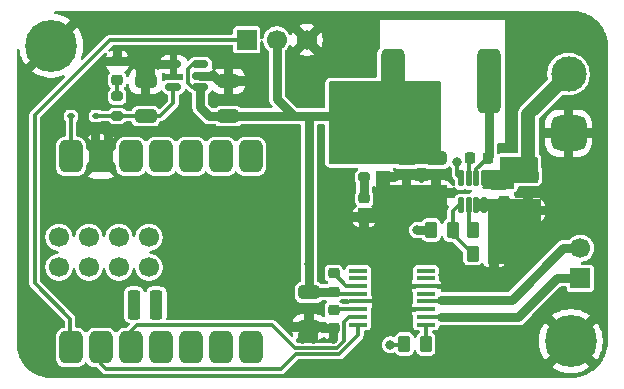
<source format=gtl>
G04 #@! TF.GenerationSoftware,KiCad,Pcbnew,9.0.2-9.0.2-0~ubuntu24.04.1*
G04 #@! TF.CreationDate,2025-05-13T17:43:29+02:00*
G04 #@! TF.ProjectId,RCFavoritControlBoard,52434661-766f-4726-9974-436f6e74726f,rev?*
G04 #@! TF.SameCoordinates,Original*
G04 #@! TF.FileFunction,Copper,L1,Top*
G04 #@! TF.FilePolarity,Positive*
%FSLAX46Y46*%
G04 Gerber Fmt 4.6, Leading zero omitted, Abs format (unit mm)*
G04 Created by KiCad (PCBNEW 9.0.2-9.0.2-0~ubuntu24.04.1) date 2025-05-13 17:43:29*
%MOMM*%
%LPD*%
G01*
G04 APERTURE LIST*
G04 Aperture macros list*
%AMRoundRect*
0 Rectangle with rounded corners*
0 $1 Rounding radius*
0 $2 $3 $4 $5 $6 $7 $8 $9 X,Y pos of 4 corners*
0 Add a 4 corners polygon primitive as box body*
4,1,4,$2,$3,$4,$5,$6,$7,$8,$9,$2,$3,0*
0 Add four circle primitives for the rounded corners*
1,1,$1+$1,$2,$3*
1,1,$1+$1,$4,$5*
1,1,$1+$1,$6,$7*
1,1,$1+$1,$8,$9*
0 Add four rect primitives between the rounded corners*
20,1,$1+$1,$2,$3,$4,$5,0*
20,1,$1+$1,$4,$5,$6,$7,0*
20,1,$1+$1,$6,$7,$8,$9,0*
20,1,$1+$1,$8,$9,$2,$3,0*%
G04 Aperture macros list end*
G04 #@! TA.AperFunction,SMDPad,CuDef*
%ADD10RoundRect,0.500000X0.500000X2.250000X-0.500000X2.250000X-0.500000X-2.250000X0.500000X-2.250000X0*%
G04 #@! TD*
G04 #@! TA.AperFunction,SMDPad,CuDef*
%ADD11RoundRect,0.250000X-0.262500X-0.450000X0.262500X-0.450000X0.262500X0.450000X-0.262500X0.450000X0*%
G04 #@! TD*
G04 #@! TA.AperFunction,SMDPad,CuDef*
%ADD12RoundRect,0.150000X0.512500X0.150000X-0.512500X0.150000X-0.512500X-0.150000X0.512500X-0.150000X0*%
G04 #@! TD*
G04 #@! TA.AperFunction,SMDPad,CuDef*
%ADD13RoundRect,0.100000X0.687500X0.100000X-0.687500X0.100000X-0.687500X-0.100000X0.687500X-0.100000X0*%
G04 #@! TD*
G04 #@! TA.AperFunction,HeatsinkPad*
%ADD14C,0.500000*%
G04 #@! TD*
G04 #@! TA.AperFunction,HeatsinkPad*
%ADD15R,3.400000X5.000000*%
G04 #@! TD*
G04 #@! TA.AperFunction,SMDPad,CuDef*
%ADD16RoundRect,0.225000X0.250000X-0.225000X0.250000X0.225000X-0.250000X0.225000X-0.250000X-0.225000X0*%
G04 #@! TD*
G04 #@! TA.AperFunction,SMDPad,CuDef*
%ADD17RoundRect,0.112500X-0.187500X-0.112500X0.187500X-0.112500X0.187500X0.112500X-0.187500X0.112500X0*%
G04 #@! TD*
G04 #@! TA.AperFunction,SMDPad,CuDef*
%ADD18RoundRect,0.500000X0.500000X-0.875000X0.500000X0.875000X-0.500000X0.875000X-0.500000X-0.875000X0*%
G04 #@! TD*
G04 #@! TA.AperFunction,SMDPad,CuDef*
%ADD19RoundRect,0.275000X-0.275000X0.975000X-0.275000X-0.975000X0.275000X-0.975000X0.275000X0.975000X0*%
G04 #@! TD*
G04 #@! TA.AperFunction,SMDPad,CuDef*
%ADD20C,1.700000*%
G04 #@! TD*
G04 #@! TA.AperFunction,ComponentPad*
%ADD21C,4.400000*%
G04 #@! TD*
G04 #@! TA.AperFunction,SMDPad,CuDef*
%ADD22RoundRect,0.125000X0.125000X-0.537500X0.125000X0.537500X-0.125000X0.537500X-0.125000X-0.537500X0*%
G04 #@! TD*
G04 #@! TA.AperFunction,SMDPad,CuDef*
%ADD23RoundRect,0.250000X0.650000X-0.325000X0.650000X0.325000X-0.650000X0.325000X-0.650000X-0.325000X0*%
G04 #@! TD*
G04 #@! TA.AperFunction,SMDPad,CuDef*
%ADD24RoundRect,0.225000X-0.250000X0.225000X-0.250000X-0.225000X0.250000X-0.225000X0.250000X0.225000X0*%
G04 #@! TD*
G04 #@! TA.AperFunction,SMDPad,CuDef*
%ADD25RoundRect,0.218750X-0.256250X0.218750X-0.256250X-0.218750X0.256250X-0.218750X0.256250X0.218750X0*%
G04 #@! TD*
G04 #@! TA.AperFunction,SMDPad,CuDef*
%ADD26RoundRect,0.250000X-0.650000X0.325000X-0.650000X-0.325000X0.650000X-0.325000X0.650000X0.325000X0*%
G04 #@! TD*
G04 #@! TA.AperFunction,ComponentPad*
%ADD27RoundRect,0.750000X0.750000X-0.750000X0.750000X0.750000X-0.750000X0.750000X-0.750000X-0.750000X0*%
G04 #@! TD*
G04 #@! TA.AperFunction,ComponentPad*
%ADD28C,3.000000*%
G04 #@! TD*
G04 #@! TA.AperFunction,SMDPad,CuDef*
%ADD29RoundRect,0.200000X0.275000X-0.200000X0.275000X0.200000X-0.275000X0.200000X-0.275000X-0.200000X0*%
G04 #@! TD*
G04 #@! TA.AperFunction,ComponentPad*
%ADD30R,1.700000X1.700000*%
G04 #@! TD*
G04 #@! TA.AperFunction,ComponentPad*
%ADD31C,1.700000*%
G04 #@! TD*
G04 #@! TA.AperFunction,SMDPad,CuDef*
%ADD32RoundRect,0.200000X-0.275000X0.200000X-0.275000X-0.200000X0.275000X-0.200000X0.275000X0.200000X0*%
G04 #@! TD*
G04 #@! TA.AperFunction,SMDPad,CuDef*
%ADD33RoundRect,0.225000X0.225000X0.250000X-0.225000X0.250000X-0.225000X-0.250000X0.225000X-0.250000X0*%
G04 #@! TD*
G04 #@! TA.AperFunction,SMDPad,CuDef*
%ADD34RoundRect,0.218750X0.256250X-0.218750X0.256250X0.218750X-0.256250X0.218750X-0.256250X-0.218750X0*%
G04 #@! TD*
G04 #@! TA.AperFunction,ViaPad*
%ADD35C,0.600000*%
G04 #@! TD*
G04 #@! TA.AperFunction,ViaPad*
%ADD36C,0.800000*%
G04 #@! TD*
G04 #@! TA.AperFunction,Conductor*
%ADD37C,0.300000*%
G04 #@! TD*
G04 #@! TA.AperFunction,Conductor*
%ADD38C,0.750000*%
G04 #@! TD*
G04 #@! TA.AperFunction,Conductor*
%ADD39C,0.350000*%
G04 #@! TD*
G04 #@! TA.AperFunction,Conductor*
%ADD40C,1.200000*%
G04 #@! TD*
G04 APERTURE END LIST*
D10*
G04 #@! TO.P,L1,1,1*
G04 #@! TO.N,Net-(U1-LX)*
X162100000Y-82000000D03*
G04 #@! TO.P,L1,2,2*
G04 #@! TO.N,+6V*
X153900000Y-82000000D03*
G04 #@! TD*
D11*
G04 #@! TO.P,R6,1*
G04 #@! TO.N,+6V*
X154900000Y-104250000D03*
G04 #@! TO.P,R6,2*
G04 #@! TO.N,Net-(U3-~{SLEEP})*
X156725000Y-104250000D03*
G04 #@! TD*
D12*
G04 #@! TO.P,U2,1,IN*
G04 #@! TO.N,+6V*
X137618956Y-82475000D03*
G04 #@! TO.P,U2,2,GND*
G04 #@! TO.N,GND*
X137618956Y-81525000D03*
G04 #@! TO.P,U2,3,EN*
G04 #@! TO.N,+6V*
X137618956Y-80575000D03*
G04 #@! TO.P,U2,4,NC*
G04 #@! TO.N,GND*
X135343956Y-80575000D03*
G04 #@! TO.P,U2,5,OUT*
G04 #@! TO.N,+5V*
X135343956Y-82475000D03*
G04 #@! TD*
D13*
G04 #@! TO.P,U3,1,~{SLEEP}*
G04 #@! TO.N,Net-(U3-~{SLEEP})*
X156725000Y-102600000D03*
G04 #@! TO.P,U3,2,AOUT1*
G04 #@! TO.N,Motor+*
X156725000Y-101950000D03*
G04 #@! TO.P,U3,3,AISEN*
G04 #@! TO.N,GND*
X156725000Y-101300000D03*
G04 #@! TO.P,U3,4,AOUT2*
G04 #@! TO.N,Motor-*
X156725000Y-100650000D03*
G04 #@! TO.P,U3,5,BOUT2*
G04 #@! TO.N,unconnected-(U3-BOUT2-Pad5)*
X156725000Y-100000000D03*
G04 #@! TO.P,U3,6,BISEN*
G04 #@! TO.N,GND*
X156725000Y-99350000D03*
G04 #@! TO.P,U3,7,BOUT1*
G04 #@! TO.N,unconnected-(U3-BOUT1-Pad7)*
X156725000Y-98700000D03*
G04 #@! TO.P,U3,8,~{FAULT}*
G04 #@! TO.N,unconnected-(U3-~{FAULT}-Pad8)*
X156725000Y-98050000D03*
G04 #@! TO.P,U3,9,BIN1*
G04 #@! TO.N,unconnected-(U3-BIN1-Pad9)*
X151000000Y-98050000D03*
G04 #@! TO.P,U3,10,BIN2*
G04 #@! TO.N,unconnected-(U3-BIN2-Pad10)*
X151000000Y-98700000D03*
G04 #@! TO.P,U3,11,VCP*
G04 #@! TO.N,Net-(U3-VCP)*
X151000000Y-99350000D03*
G04 #@! TO.P,U3,12,VM*
G04 #@! TO.N,+6V*
X151000000Y-100000000D03*
G04 #@! TO.P,U3,13,GND*
G04 #@! TO.N,GND*
X151000000Y-100650000D03*
G04 #@! TO.P,U3,14,VINT*
G04 #@! TO.N,Net-(U3-VINT)*
X151000000Y-101300000D03*
G04 #@! TO.P,U3,15,AIN2*
G04 #@! TO.N,DRV8833_IN2*
X151000000Y-101950000D03*
G04 #@! TO.P,U3,16,AIN1*
G04 #@! TO.N,DRV8833_IN1*
X151000000Y-102600000D03*
D14*
G04 #@! TO.P,U3,17,GND*
G04 #@! TO.N,GND*
X154612500Y-101825000D03*
X154612500Y-100325000D03*
X154612500Y-98825000D03*
D15*
X153862500Y-100325000D03*
D14*
X153112500Y-101825000D03*
X153112500Y-100325000D03*
X153112500Y-98825000D03*
G04 #@! TD*
D16*
G04 #@! TO.P,C10,1*
G04 #@! TO.N,+6V*
X148925000Y-99825000D03*
G04 #@! TO.P,C10,2*
G04 #@! TO.N,Net-(U3-VCP)*
X148925000Y-98275000D03*
G04 #@! TD*
D17*
G04 #@! TO.P,D3,1,K*
G04 #@! TO.N,Net-(D3-K)*
X126675000Y-84934992D03*
G04 #@! TO.P,D3,2,A*
G04 #@! TO.N,+5V*
X128775000Y-84934992D03*
G04 #@! TD*
D18*
G04 #@! TO.P,ESP32,1,GPIO1_A0_D0*
G04 #@! TO.N,SERVO_PWM*
X126677304Y-104532496D03*
G04 #@! TO.P,ESP32,2,GPIO2_A1_D1*
G04 #@! TO.N,DRV8833_IN1*
X129217304Y-104532496D03*
G04 #@! TO.P,ESP32,3,GPIO3_A2_D2*
G04 #@! TO.N,DRV8833_IN2*
X131757304Y-104532496D03*
G04 #@! TO.P,ESP32,4,GPIO4_A3_D3*
G04 #@! TO.N,unconnected-(U4-GPIO4_A3_D3-Pad4)*
X134297304Y-104532496D03*
G04 #@! TO.P,ESP32,5,GPIO5_A4_D4_SDA*
G04 #@! TO.N,unconnected-(U4-GPIO5_A4_D4_SDA-Pad5)*
X136837304Y-104532496D03*
G04 #@! TO.P,ESP32,6,GPIO6_A5_D5_SCL*
G04 #@! TO.N,unconnected-(U4-GPIO6_A5_D5_SCL-Pad6)*
X139377304Y-104532496D03*
G04 #@! TO.P,ESP32,7,GPIO43_A6_D6_TX*
G04 #@! TO.N,unconnected-(U4-GPIO43_A6_D6_TX-Pad7)*
X141917304Y-104532496D03*
G04 #@! TO.P,ESP32,8,GPIO44_D7_RX*
G04 #@! TO.N,unconnected-(U4-GPIO44_D7_RX-Pad8)*
X141917304Y-88367496D03*
G04 #@! TO.P,ESP32,9,GPIO7_A8_D8_SCK*
G04 #@! TO.N,unconnected-(U4-GPIO7_A8_D8_SCK-Pad9)*
X139377304Y-88367496D03*
G04 #@! TO.P,ESP32,10,GPIO8_A9_D9_MISO*
G04 #@! TO.N,unconnected-(U4-GPIO8_A9_D9_MISO-Pad10)*
X136837304Y-88367496D03*
G04 #@! TO.P,ESP32,11,GPIO9_A10_D10_MOSI*
G04 #@! TO.N,unconnected-(U4-GPIO9_A10_D10_MOSI-Pad11)*
X134297304Y-88367496D03*
G04 #@! TO.P,ESP32,12,3V3*
G04 #@! TO.N,unconnected-(U4-3V3-Pad12)*
X131757304Y-88367496D03*
G04 #@! TO.P,ESP32,13,GND*
G04 #@! TO.N,GND*
X129217304Y-88367496D03*
G04 #@! TO.P,ESP32,14,5V*
G04 #@! TO.N,Net-(D3-K)*
X126677304Y-88367496D03*
D19*
G04 #@! TO.P,ESP32,15,BAT*
G04 #@! TO.N,unconnected-(U4-BAT-Pad15)*
X133915304Y-100922496D03*
G04 #@! TO.P,ESP32,16,GND*
G04 #@! TO.N,unconnected-(U4-GND-Pad16)*
X132010304Y-100922496D03*
D20*
G04 #@! TO.P,ESP32,17,MTDI*
G04 #@! TO.N,unconnected-(U4-MTDI-Pad17)*
X125665304Y-97747496D03*
G04 #@! TO.P,ESP32,18,MTDO*
G04 #@! TO.N,unconnected-(U4-MTDO-Pad18)*
X125665304Y-95207496D03*
G04 #@! TO.P,ESP32,19,CHIP_EN*
G04 #@! TO.N,unconnected-(U4-CHIP_EN-Pad19)*
X128205304Y-97747496D03*
G04 #@! TO.P,ESP32,20,GND*
G04 #@! TO.N,unconnected-(U4-GND-Pad20)*
X128205304Y-95207496D03*
G04 #@! TO.P,ESP32,21,MTMS*
G04 #@! TO.N,unconnected-(U4-MTMS-Pad21)*
X130745304Y-97747496D03*
G04 #@! TO.P,ESP32,22,MTCK*
G04 #@! TO.N,unconnected-(U4-MTCK-Pad22)*
X130745304Y-95207496D03*
G04 #@! TO.P,ESP32,23,USB_DN*
G04 #@! TO.N,unconnected-(U4-USB_DN-Pad23)*
X133285304Y-97747496D03*
G04 #@! TO.P,ESP32,24,USB_DP*
G04 #@! TO.N,unconnected-(U4-USB_DP-Pad24)*
X133285304Y-95207496D03*
G04 #@! TD*
D11*
G04 #@! TO.P,R3,1*
G04 #@! TO.N,Net-(U1-FS)*
X160675000Y-94602496D03*
G04 #@! TO.P,R3,2*
G04 #@! TO.N,GND*
X162500000Y-94602496D03*
G04 #@! TD*
D21*
G04 #@! TO.P,H2,1,1*
G04 #@! TO.N,GND*
X125000000Y-79000000D03*
G04 #@! TD*
D22*
G04 #@! TO.P,U1,1,FB*
G04 #@! TO.N,Net-(U1-FB)*
X159700000Y-92500000D03*
G04 #@! TO.P,U1,2,FS*
G04 #@! TO.N,Net-(U1-FS)*
X160350000Y-92500000D03*
G04 #@! TO.P,U1,3,GND*
G04 #@! TO.N,GND*
X161000000Y-92500000D03*
G04 #@! TO.P,U1,4,GND*
X161650000Y-92500000D03*
G04 #@! TO.P,U1,5,IN*
G04 #@! TO.N,VBAT*
X161650000Y-90225000D03*
G04 #@! TO.P,U1,6,LX*
G04 #@! TO.N,Net-(U1-LX)*
X161000000Y-90225000D03*
G04 #@! TO.P,U1,7,BS*
G04 #@! TO.N,Net-(U1-BS)*
X160350000Y-90225000D03*
G04 #@! TO.P,U1,8,EN*
G04 #@! TO.N,VBAT*
X159700000Y-90225000D03*
G04 #@! TD*
D21*
G04 #@! TO.P,H1,1,1*
G04 #@! TO.N,GND*
X169000000Y-104000000D03*
G04 #@! TD*
D23*
G04 #@! TO.P,C9,1*
G04 #@! TO.N,+5V*
X133000000Y-84950000D03*
G04 #@! TO.P,C9,2*
G04 #@! TO.N,GND*
X133000000Y-82000000D03*
G04 #@! TD*
D11*
G04 #@! TO.P,R4,1*
G04 #@! TO.N,Net-(U1-FB)*
X160675000Y-96600000D03*
G04 #@! TO.P,R4,2*
G04 #@! TO.N,GND*
X162500000Y-96600000D03*
G04 #@! TD*
D24*
G04 #@! TO.P,C6,1*
G04 #@! TO.N,+6V*
X153100000Y-88575000D03*
G04 #@! TO.P,C6,2*
G04 #@! TO.N,GND*
X153100000Y-90125000D03*
G04 #@! TD*
D25*
G04 #@! TO.P,5V,1,K*
G04 #@! TO.N,GND*
X130600000Y-80329992D03*
G04 #@! TO.P,5V,2,A*
G04 #@! TO.N,Net-(D2-A)*
X130600000Y-81904992D03*
G04 #@! TD*
D26*
G04 #@! TO.P,C4,1*
G04 #@! TO.N,+6V*
X155100000Y-88525000D03*
G04 #@! TO.P,C4,2*
G04 #@! TO.N,GND*
X155100000Y-91475000D03*
G04 #@! TD*
D27*
G04 #@! TO.P,VBAT,1,Pin_1*
G04 #@! TO.N,GND*
X168800000Y-86400000D03*
D28*
G04 #@! TO.P,VBAT,2,Pin_2*
G04 #@! TO.N,VBAT*
X168800000Y-81400000D03*
G04 #@! TD*
D29*
G04 #@! TO.P,R5,1*
G04 #@! TO.N,+5V*
X130600000Y-84934992D03*
G04 #@! TO.P,R5,2*
G04 #@! TO.N,Net-(D2-A)*
X130600000Y-83284992D03*
G04 #@! TD*
D23*
G04 #@! TO.P,C8,1*
G04 #@! TO.N,+6V*
X140000000Y-84950000D03*
G04 #@! TO.P,C8,2*
G04 #@! TO.N,GND*
X140000000Y-82000000D03*
G04 #@! TD*
D24*
G04 #@! TO.P,C3,1*
G04 #@! TO.N,VBAT*
X163310551Y-90586839D03*
G04 #@! TO.P,C3,2*
G04 #@! TO.N,GND*
X163310551Y-92136839D03*
G04 #@! TD*
D30*
G04 #@! TO.P,MOTOR,1,Pin_1*
G04 #@! TO.N,Motor+*
X169800000Y-98675000D03*
D31*
G04 #@! TO.P,MOTOR,2,Pin_2*
G04 #@! TO.N,Motor-*
X169800000Y-96135000D03*
G04 #@! TD*
D32*
G04 #@! TO.P,R2,1*
G04 #@! TO.N,+6V*
X151500000Y-88500000D03*
G04 #@! TO.P,R2,2*
G04 #@! TO.N,Net-(D1-A)*
X151500000Y-90150000D03*
G04 #@! TD*
D26*
G04 #@! TO.P,C5,1*
G04 #@! TO.N,+6V*
X157587500Y-88525000D03*
G04 #@! TO.P,C5,2*
G04 #@! TO.N,GND*
X157587500Y-91475000D03*
G04 #@! TD*
D24*
G04 #@! TO.P,C11,1*
G04 #@! TO.N,Net-(U3-VINT)*
X148925000Y-101375000D03*
G04 #@! TO.P,C11,2*
G04 #@! TO.N,GND*
X148925000Y-102925000D03*
G04 #@! TD*
D30*
G04 #@! TO.P,J3,1,Pin_1*
G04 #@! TO.N,SERVO_PWM*
X141560000Y-78500000D03*
D31*
G04 #@! TO.P,J3,2,Pin_2*
G04 #@! TO.N,+6V*
X144100000Y-78500000D03*
G04 #@! TO.P,J3,3,Pin_3*
G04 #@! TO.N,GND*
X146640000Y-78500000D03*
G04 #@! TD*
D26*
G04 #@! TO.P,C7,1*
G04 #@! TO.N,+6V*
X146825000Y-99875000D03*
G04 #@! TO.P,C7,2*
G04 #@! TO.N,GND*
X146825000Y-102825000D03*
G04 #@! TD*
G04 #@! TO.P,C2,1*
G04 #@! TO.N,VBAT*
X165387500Y-89987500D03*
G04 #@! TO.P,C2,2*
G04 #@! TO.N,GND*
X165387500Y-92937500D03*
G04 #@! TD*
D33*
G04 #@! TO.P,C1,1*
G04 #@! TO.N,Net-(U1-LX)*
X161975000Y-88462500D03*
G04 #@! TO.P,C1,2*
G04 #@! TO.N,Net-(U1-BS)*
X160425000Y-88462500D03*
G04 #@! TD*
D11*
G04 #@! TO.P,R1,1*
G04 #@! TO.N,+6V*
X157175000Y-94602496D03*
G04 #@! TO.P,R1,2*
G04 #@! TO.N,Net-(U1-FB)*
X159000000Y-94602496D03*
G04 #@! TD*
D34*
G04 #@! TO.P,D1,1,K*
G04 #@! TO.N,GND*
X151500000Y-93500000D03*
G04 #@! TO.P,D1,2,A*
G04 #@! TO.N,Net-(D1-A)*
X151500000Y-91925000D03*
G04 #@! TD*
D35*
G04 #@! TO.N,GND*
X165000000Y-78500000D03*
X150500000Y-80000000D03*
X164000000Y-104000000D03*
X159000000Y-104000000D03*
X123500000Y-83000000D03*
X133000000Y-77000000D03*
X129000000Y-101000000D03*
X137000000Y-96500000D03*
X137000000Y-100000000D03*
X142000000Y-100000000D03*
X142000000Y-96500000D03*
X142000000Y-92500000D03*
X137000000Y-92500000D03*
X132000000Y-92500000D03*
X127000000Y-92500000D03*
D36*
X157050000Y-92500000D03*
X132500000Y-81000000D03*
X154500000Y-92500000D03*
X129800000Y-86500000D03*
X138700000Y-81500000D03*
X163450000Y-95050000D03*
X141400000Y-82000000D03*
X152500000Y-93500000D03*
X128700000Y-86500000D03*
X134200000Y-80500000D03*
X153100000Y-91000000D03*
X165900000Y-93950000D03*
X148900000Y-103800000D03*
X158000000Y-92500000D03*
X133400000Y-81000000D03*
X147200000Y-103850000D03*
X163450000Y-96150000D03*
X146250000Y-103850000D03*
X163450000Y-94150000D03*
X153700000Y-91800000D03*
X164950000Y-93950000D03*
X163450000Y-97150000D03*
X162400000Y-92500000D03*
X131500000Y-80300000D03*
X164050000Y-92850000D03*
G04 #@! TO.N,+6V*
X156000000Y-87300000D03*
X146825000Y-97500000D03*
X153700000Y-104300000D03*
X156000000Y-94600000D03*
G04 #@! TO.N,VBAT*
X163400000Y-88800000D03*
X159378682Y-88801037D03*
G04 #@! TD*
D37*
G04 #@! TO.N,SERVO_PWM*
X126600000Y-102500000D02*
X126600000Y-102100000D01*
X126600000Y-102100000D02*
X123600000Y-99100000D01*
X123600000Y-99100000D02*
X123600000Y-84900000D01*
X123600000Y-84900000D02*
X130000000Y-78500000D01*
X130000000Y-78500000D02*
X141560000Y-78500000D01*
X126600000Y-102200000D02*
X126600000Y-102500000D01*
G04 #@! TO.N,Net-(U1-LX)*
X161000000Y-89437500D02*
X161975000Y-88462500D01*
X161000000Y-90225000D02*
X161000000Y-89437500D01*
D38*
X162100000Y-82000000D02*
X162100000Y-88337500D01*
X162100000Y-88337500D02*
X161975000Y-88462500D01*
G04 #@! TO.N,Motor+*
X167825000Y-98675000D02*
X167500000Y-99000000D01*
X164500000Y-102000000D02*
X163000000Y-102000000D01*
X163000000Y-102000000D02*
X158000000Y-102000000D01*
D39*
X158450000Y-101950000D02*
X156725000Y-101950000D01*
D38*
X167500000Y-99000000D02*
X164500000Y-102000000D01*
X169800000Y-98675000D02*
X167825000Y-98675000D01*
D39*
G04 #@! TO.N,GND*
X156725000Y-101300000D02*
X154837500Y-101300000D01*
D38*
X153100000Y-91000000D02*
X153100000Y-90125000D01*
X133400000Y-81600000D02*
X133000000Y-82000000D01*
X158000000Y-92500000D02*
X158000000Y-91887500D01*
X137618956Y-81525000D02*
X138675000Y-81525000D01*
X139200000Y-82000000D02*
X138700000Y-81500000D01*
X157050000Y-92012500D02*
X157587500Y-91475000D01*
X157050000Y-92500000D02*
X157050000Y-92012500D01*
X152500000Y-93500000D02*
X151500000Y-93500000D01*
X129800000Y-86500000D02*
X129800000Y-87784800D01*
X140000000Y-82000000D02*
X139200000Y-82000000D01*
X153700000Y-91800000D02*
X154775000Y-91800000D01*
X128700000Y-87850192D02*
X129217304Y-88367496D01*
X146250000Y-103400000D02*
X146825000Y-102825000D01*
X134275000Y-80575000D02*
X134200000Y-80500000D01*
D39*
X154837500Y-99350000D02*
X153862500Y-100325000D01*
D38*
X133400000Y-81000000D02*
X133400000Y-81600000D01*
X154500000Y-92075000D02*
X155100000Y-91475000D01*
D39*
X156725000Y-99350000D02*
X154837500Y-99350000D01*
D37*
X130600000Y-80329992D02*
X131470008Y-80329992D01*
D38*
X138675000Y-81525000D02*
X138700000Y-81500000D01*
D39*
X154837500Y-101300000D02*
X153862500Y-100325000D01*
D38*
X129800000Y-87784800D02*
X129217304Y-88367496D01*
D39*
X153537500Y-100650000D02*
X153862500Y-100325000D01*
D38*
X135343956Y-80575000D02*
X134275000Y-80575000D01*
D39*
X156775000Y-99300000D02*
X156725000Y-99350000D01*
D38*
X154500000Y-92500000D02*
X154500000Y-92075000D01*
X132500000Y-81000000D02*
X132500000Y-81500000D01*
X148900000Y-102950000D02*
X148925000Y-102925000D01*
X132500000Y-81500000D02*
X133000000Y-82000000D01*
X147200000Y-103850000D02*
X147200000Y-103200000D01*
X158000000Y-91887500D02*
X157587500Y-91475000D01*
X154775000Y-91800000D02*
X155100000Y-91475000D01*
D39*
X151000000Y-100650000D02*
X153537500Y-100650000D01*
D37*
X131470008Y-80329992D02*
X131500000Y-80300000D01*
D38*
X148900000Y-103800000D02*
X148900000Y-102950000D01*
X141400000Y-82000000D02*
X140000000Y-82000000D01*
X146250000Y-103850000D02*
X146250000Y-103400000D01*
X128700000Y-86500000D02*
X128700000Y-87850192D01*
X147200000Y-103200000D02*
X146825000Y-102825000D01*
D37*
G04 #@! TO.N,Net-(U1-BS)*
X160350000Y-90225000D02*
X160350000Y-88537500D01*
X160350000Y-88537500D02*
X160425000Y-88462500D01*
D39*
G04 #@! TO.N,Net-(U3-VCP)*
X148925000Y-98275000D02*
X150000000Y-99350000D01*
X150000000Y-99350000D02*
X151000000Y-99350000D01*
G04 #@! TO.N,Net-(U3-VINT)*
X151000000Y-101300000D02*
X149000000Y-101300000D01*
X149000000Y-101300000D02*
X148925000Y-101375000D01*
D38*
G04 #@! TO.N,+6V*
X137618956Y-84218956D02*
X138350000Y-84950000D01*
X146800000Y-84950000D02*
X149150000Y-84950000D01*
X144200000Y-84950000D02*
X140000000Y-84950000D01*
X138350000Y-84950000D02*
X140000000Y-84950000D01*
X157175000Y-94602496D02*
X156002496Y-94602496D01*
D37*
X136956457Y-82475000D02*
X137618956Y-82475000D01*
D38*
X149150000Y-84950000D02*
X149200000Y-85000000D01*
X144200000Y-84950000D02*
X146800000Y-84950000D01*
D39*
X154850000Y-104300000D02*
X154900000Y-104250000D01*
D38*
X156002496Y-94602496D02*
X156000000Y-94600000D01*
D37*
X136600000Y-82118543D02*
X136956457Y-82475000D01*
D38*
X144100000Y-78500000D02*
X144100000Y-83500000D01*
D39*
X149100000Y-100000000D02*
X148925000Y-99825000D01*
D38*
X148875000Y-99875000D02*
X148925000Y-99825000D01*
X157562500Y-88500000D02*
X157587500Y-88525000D01*
D37*
X137618956Y-80575000D02*
X137025000Y-80575000D01*
X136600000Y-81000000D02*
X136600000Y-82118543D01*
D39*
X153700000Y-104300000D02*
X154850000Y-104300000D01*
D37*
X137025000Y-80575000D02*
X136600000Y-81000000D01*
D38*
X146825000Y-99875000D02*
X148875000Y-99875000D01*
D39*
X151000000Y-100000000D02*
X149100000Y-100000000D01*
D38*
X146825000Y-92825000D02*
X146825000Y-97500000D01*
X137618956Y-82475000D02*
X137618956Y-84218956D01*
X146825000Y-84975000D02*
X146800000Y-84950000D01*
X146825000Y-99875000D02*
X146825000Y-84975000D01*
X144100000Y-83500000D02*
X145550000Y-84950000D01*
X145550000Y-84950000D02*
X144200000Y-84950000D01*
X146825000Y-97500000D02*
X146825000Y-99875000D01*
G04 #@! TO.N,Net-(D1-A)*
X151500000Y-91925000D02*
X151500000Y-90150000D01*
D37*
G04 #@! TO.N,DRV8833_IN1*
X149406520Y-105102000D02*
X151000000Y-103508520D01*
X129659808Y-106350000D02*
X144452000Y-106350000D01*
X129217304Y-105907496D02*
X129659808Y-106350000D01*
X129217304Y-104532496D02*
X129217304Y-105907496D01*
X151000000Y-102950000D02*
X151000000Y-102600000D01*
X145700000Y-105102000D02*
X149406520Y-105102000D01*
X144452000Y-106350000D02*
X145700000Y-105102000D01*
X151000000Y-103508520D02*
X151000000Y-102950000D01*
G04 #@! TO.N,Net-(D2-A)*
X130600000Y-83284992D02*
X130600000Y-81904992D01*
D38*
G04 #@! TO.N,Motor-*
X164000000Y-100500000D02*
X168365000Y-96135000D01*
X168365000Y-96135000D02*
X169800000Y-96135000D01*
X158000000Y-100500000D02*
X164000000Y-100500000D01*
D39*
X157850000Y-100650000D02*
X158000000Y-100500000D01*
X156725000Y-100650000D02*
X157850000Y-100650000D01*
D37*
G04 #@! TO.N,DRV8833_IN2*
X131757304Y-103157496D02*
X131757304Y-104532496D01*
X132264800Y-102650000D02*
X131757304Y-103157496D01*
X143700000Y-102650000D02*
X132264800Y-102650000D01*
X149000000Y-104600000D02*
X148999000Y-104601000D01*
X149199000Y-104601000D02*
X149800000Y-104000000D01*
X150221918Y-101950000D02*
X149800000Y-102371918D01*
X148999000Y-104601000D02*
X145651000Y-104601000D01*
X145651000Y-104601000D02*
X143700000Y-102650000D01*
X148999000Y-104601000D02*
X149199000Y-104601000D01*
X151000000Y-101950000D02*
X150221918Y-101950000D01*
X149800000Y-104000000D02*
X149800000Y-102371918D01*
G04 #@! TO.N,Net-(D3-K)*
X126677304Y-88367496D02*
X126677304Y-84937296D01*
X126677304Y-84937296D02*
X126675000Y-84934992D01*
D39*
G04 #@! TO.N,Net-(U1-FB)*
X159000000Y-93024000D02*
X159524000Y-92500000D01*
X160675000Y-96600000D02*
X159000000Y-94925000D01*
D38*
X159000000Y-94925000D02*
X159000000Y-94602496D01*
D39*
X159000000Y-94602496D02*
X159000000Y-93024000D01*
D37*
G04 #@! TO.N,Net-(U1-FS)*
X160350000Y-94277496D02*
X160350000Y-92500000D01*
X160675000Y-94602496D02*
X160350000Y-94277496D01*
D39*
G04 #@! TO.N,Net-(U3-~{SLEEP})*
X156725000Y-104250000D02*
X156725000Y-102600000D01*
D37*
G04 #@! TO.N,SERVO_PWM*
X126600000Y-102500000D02*
X126600000Y-104455192D01*
X126600000Y-104455192D02*
X126677304Y-104532496D01*
G04 #@! TO.N,+5V*
X130600000Y-84934992D02*
X132984992Y-84934992D01*
X134250000Y-84950000D02*
X135343956Y-83856044D01*
X135343956Y-83856044D02*
X135343956Y-82475000D01*
X132984992Y-84934992D02*
X133000000Y-84950000D01*
X133000000Y-84950000D02*
X134250000Y-84950000D01*
X128775000Y-84934992D02*
X130600000Y-84934992D01*
D40*
G04 #@! TO.N,VBAT*
X163909890Y-89987500D02*
X163310551Y-90586839D01*
X162386839Y-90586839D02*
X162000000Y-90200000D01*
D37*
X159700000Y-90225000D02*
X159400000Y-89925000D01*
D40*
X162412839Y-90586839D02*
X162386839Y-90586839D01*
D37*
X163909890Y-89309890D02*
X163909890Y-89987500D01*
D40*
X168800000Y-81400000D02*
X165387500Y-84812500D01*
D37*
X159379719Y-88800000D02*
X159378682Y-88801037D01*
D40*
X165387500Y-84812500D02*
X165387500Y-89987500D01*
D37*
X159400000Y-89925000D02*
X159400000Y-88800000D01*
D40*
X163310551Y-90586839D02*
X162412839Y-90586839D01*
X165387500Y-89987500D02*
X163909890Y-89987500D01*
D37*
X163400000Y-88800000D02*
X163909890Y-89309890D01*
X159400000Y-88800000D02*
X159379719Y-88800000D01*
G04 #@! TD*
G04 #@! TA.AperFunction,Conductor*
G04 #@! TO.N,GND*
G36*
X153700000Y-90800000D02*
G01*
X158500000Y-90800000D01*
X158500000Y-92900000D01*
X152900000Y-92900000D01*
X152900000Y-94000000D01*
X151000000Y-94000000D01*
X151000000Y-92700000D01*
X152500000Y-92700000D01*
X152500000Y-89600000D01*
X153700000Y-89600000D01*
X153700000Y-90800000D01*
G37*
G04 #@! TD.AperFunction*
G04 #@! TD*
G04 #@! TA.AperFunction,Conductor*
G04 #@! TO.N,GND*
G36*
X169203472Y-76075695D02*
G01*
X169520498Y-76093499D01*
X169534296Y-76095053D01*
X169843895Y-76147656D01*
X169857449Y-76150749D01*
X170008331Y-76194218D01*
X170159212Y-76237686D01*
X170172338Y-76242279D01*
X170462465Y-76362454D01*
X170474979Y-76368480D01*
X170749848Y-76520395D01*
X170761604Y-76527782D01*
X171017716Y-76709504D01*
X171028576Y-76718164D01*
X171151211Y-76827756D01*
X171262741Y-76927425D01*
X171272572Y-76937256D01*
X171462691Y-77150000D01*
X171481831Y-77171417D01*
X171490497Y-77182285D01*
X171668948Y-77433788D01*
X171672211Y-77438386D01*
X171679607Y-77450156D01*
X171774826Y-77622441D01*
X171831515Y-77725013D01*
X171837548Y-77737541D01*
X171957720Y-78027662D01*
X171962313Y-78040787D01*
X172049249Y-78342548D01*
X172052343Y-78356105D01*
X172104944Y-78665693D01*
X172106501Y-78679511D01*
X172124305Y-78996527D01*
X172124500Y-79003480D01*
X172124500Y-103996753D01*
X172124330Y-104003243D01*
X172107723Y-104320112D01*
X172106366Y-104333020D01*
X172057239Y-104643198D01*
X172054541Y-104655894D01*
X171973258Y-104959246D01*
X171969247Y-104971589D01*
X171856702Y-105264780D01*
X171851423Y-105276638D01*
X171708844Y-105556464D01*
X171702354Y-105567704D01*
X171531315Y-105831082D01*
X171523686Y-105841583D01*
X171326042Y-106085652D01*
X171317357Y-106095297D01*
X171095297Y-106317357D01*
X171085652Y-106326042D01*
X170841583Y-106523686D01*
X170831082Y-106531315D01*
X170567704Y-106702354D01*
X170556464Y-106708844D01*
X170276638Y-106851423D01*
X170264780Y-106856702D01*
X169971589Y-106969247D01*
X169959246Y-106973258D01*
X169655894Y-107054541D01*
X169643198Y-107057239D01*
X169333020Y-107106366D01*
X169320112Y-107107723D01*
X169003244Y-107124330D01*
X168996754Y-107124500D01*
X125003378Y-107124500D01*
X124996614Y-107124315D01*
X124971783Y-107122958D01*
X124688165Y-107107463D01*
X124674725Y-107105990D01*
X124373264Y-107056184D01*
X124360073Y-107053257D01*
X124065863Y-106970915D01*
X124053052Y-106966564D01*
X123769548Y-106852653D01*
X123757289Y-106846932D01*
X123487885Y-106702817D01*
X123476322Y-106695794D01*
X123224225Y-106523189D01*
X123213506Y-106514956D01*
X122981704Y-106315908D01*
X122971942Y-106306553D01*
X122763214Y-106083447D01*
X122754523Y-106073078D01*
X122727728Y-106037311D01*
X122571333Y-105828548D01*
X122563827Y-105817296D01*
X122545574Y-105786413D01*
X122408374Y-105554276D01*
X122402139Y-105542275D01*
X122395814Y-105528286D01*
X122276260Y-105263875D01*
X122271376Y-105251285D01*
X122176574Y-104960825D01*
X122173086Y-104947759D01*
X122110492Y-104648700D01*
X122108450Y-104635353D01*
X122078808Y-104331253D01*
X122078233Y-104317741D01*
X122079273Y-104231004D01*
X122081977Y-104005465D01*
X122081978Y-104005465D01*
X122083609Y-103980988D01*
X122078339Y-103972615D01*
X122075931Y-103943812D01*
X122076462Y-103941217D01*
X122075500Y-103933480D01*
X122075500Y-79367162D01*
X122095185Y-79300123D01*
X122147989Y-79254368D01*
X122217147Y-79244424D01*
X122280703Y-79273449D01*
X122318477Y-79332227D01*
X122322720Y-79353279D01*
X122333951Y-79452964D01*
X122333954Y-79452982D01*
X122401434Y-79748633D01*
X122401438Y-79748645D01*
X122501592Y-80034866D01*
X122501598Y-80034880D01*
X122633172Y-80308096D01*
X122794515Y-80564873D01*
X122827756Y-80606555D01*
X122827757Y-80606556D01*
X123991212Y-79443100D01*
X124059196Y-79576525D01*
X124160967Y-79716602D01*
X124283398Y-79839033D01*
X124423475Y-79940804D01*
X124556898Y-80008786D01*
X123393442Y-81172241D01*
X123393443Y-81172242D01*
X123435121Y-81205481D01*
X123691903Y-81366827D01*
X123965119Y-81498401D01*
X123965133Y-81498407D01*
X124251354Y-81598561D01*
X124251366Y-81598565D01*
X124547017Y-81666045D01*
X124547033Y-81666047D01*
X124848366Y-81699999D01*
X124848368Y-81700000D01*
X125151632Y-81700000D01*
X125151633Y-81699999D01*
X125452966Y-81666047D01*
X125452982Y-81666045D01*
X125748633Y-81598565D01*
X125748645Y-81598561D01*
X126029120Y-81500418D01*
X126098899Y-81496856D01*
X126159526Y-81531584D01*
X126191754Y-81593577D01*
X126185349Y-81663153D01*
X126157756Y-81705140D01*
X123239513Y-84623383D01*
X123239509Y-84623389D01*
X123180201Y-84726112D01*
X123180201Y-84726113D01*
X123180201Y-84726114D01*
X123149500Y-84840691D01*
X123149500Y-99159309D01*
X123154657Y-99178554D01*
X123167081Y-99224922D01*
X123180201Y-99273888D01*
X123182377Y-99277656D01*
X123239511Y-99376614D01*
X123239513Y-99376616D01*
X126113181Y-102250284D01*
X126146666Y-102311607D01*
X126149500Y-102337965D01*
X126149500Y-102744250D01*
X126129815Y-102811289D01*
X126077011Y-102857044D01*
X126039384Y-102867470D01*
X125998053Y-102872126D01*
X125998049Y-102872127D01*
X125827780Y-102931707D01*
X125675041Y-103027680D01*
X125547488Y-103155233D01*
X125451515Y-103307972D01*
X125391935Y-103478241D01*
X125391934Y-103478246D01*
X125376804Y-103612535D01*
X125376804Y-105452456D01*
X125391934Y-105586745D01*
X125391935Y-105586750D01*
X125451515Y-105757019D01*
X125539262Y-105896666D01*
X125547488Y-105909758D01*
X125675042Y-106037312D01*
X125689932Y-106046668D01*
X125767324Y-106095297D01*
X125827782Y-106133285D01*
X125939112Y-106172241D01*
X125998049Y-106192864D01*
X125998054Y-106192865D01*
X126088550Y-106203061D01*
X126132344Y-106207995D01*
X126132347Y-106207996D01*
X126132350Y-106207996D01*
X127222261Y-106207996D01*
X127222262Y-106207995D01*
X127289408Y-106200430D01*
X127356553Y-106192865D01*
X127356556Y-106192864D01*
X127356559Y-106192864D01*
X127526826Y-106133285D01*
X127679566Y-106037312D01*
X127807120Y-105909758D01*
X127842310Y-105853752D01*
X127894645Y-105807462D01*
X127963698Y-105796814D01*
X128027547Y-105825189D01*
X128052296Y-105853751D01*
X128087488Y-105909758D01*
X128215042Y-106037312D01*
X128229932Y-106046668D01*
X128307324Y-106095297D01*
X128367782Y-106133285D01*
X128479112Y-106172241D01*
X128538049Y-106192864D01*
X128538054Y-106192865D01*
X128628550Y-106203061D01*
X128672344Y-106207995D01*
X128672347Y-106207996D01*
X128672350Y-106207996D01*
X128829339Y-106207996D01*
X128896378Y-106227681D01*
X128917020Y-106244315D01*
X129383194Y-106710489D01*
X129485921Y-106769799D01*
X129510129Y-106776284D01*
X129510132Y-106776286D01*
X129510133Y-106776286D01*
X129540255Y-106784357D01*
X129600499Y-106800500D01*
X129600501Y-106800500D01*
X144511308Y-106800500D01*
X144511309Y-106800500D01*
X144601673Y-106776286D01*
X144625887Y-106769799D01*
X144728614Y-106710489D01*
X145850284Y-105588819D01*
X145911607Y-105555334D01*
X145937965Y-105552500D01*
X149465828Y-105552500D01*
X149465829Y-105552500D01*
X149556193Y-105528286D01*
X149580407Y-105521799D01*
X149683134Y-105462489D01*
X150776628Y-104368995D01*
X152999499Y-104368995D01*
X153026418Y-104504322D01*
X153026421Y-104504332D01*
X153079221Y-104631804D01*
X153079228Y-104631817D01*
X153155885Y-104746541D01*
X153155888Y-104746545D01*
X153253454Y-104844111D01*
X153253458Y-104844114D01*
X153368182Y-104920771D01*
X153368195Y-104920778D01*
X153495667Y-104973578D01*
X153495672Y-104973580D01*
X153495676Y-104973580D01*
X153495677Y-104973581D01*
X153631004Y-105000500D01*
X153631007Y-105000500D01*
X153768995Y-105000500D01*
X153860041Y-104982389D01*
X153904328Y-104973580D01*
X154005957Y-104931483D01*
X154075424Y-104924015D01*
X154137903Y-104955290D01*
X154152212Y-104971120D01*
X154244577Y-105092922D01*
X154365156Y-105184360D01*
X154365157Y-105184360D01*
X154365158Y-105184361D01*
X154505936Y-105239877D01*
X154594398Y-105250500D01*
X154594403Y-105250500D01*
X155205597Y-105250500D01*
X155205602Y-105250500D01*
X155294064Y-105239877D01*
X155434842Y-105184361D01*
X155555422Y-105092922D01*
X155646861Y-104972342D01*
X155697146Y-104844826D01*
X155740051Y-104789685D01*
X155805959Y-104766492D01*
X155873943Y-104782612D01*
X155922420Y-104832929D01*
X155927848Y-104844814D01*
X155957805Y-104920778D01*
X155978139Y-104972343D01*
X156069577Y-105092922D01*
X156190156Y-105184360D01*
X156190157Y-105184360D01*
X156190158Y-105184361D01*
X156330936Y-105239877D01*
X156419398Y-105250500D01*
X156419403Y-105250500D01*
X157030597Y-105250500D01*
X157030602Y-105250500D01*
X157119064Y-105239877D01*
X157259842Y-105184361D01*
X157380422Y-105092922D01*
X157471861Y-104972342D01*
X157527377Y-104831564D01*
X157538000Y-104743102D01*
X157538000Y-103848366D01*
X166300000Y-103848366D01*
X166300000Y-104151633D01*
X166333952Y-104452966D01*
X166333954Y-104452982D01*
X166401434Y-104748633D01*
X166401438Y-104748645D01*
X166501592Y-105034866D01*
X166501598Y-105034880D01*
X166633172Y-105308096D01*
X166794515Y-105564873D01*
X166827756Y-105606555D01*
X166827757Y-105606556D01*
X167991212Y-104443101D01*
X168059196Y-104576525D01*
X168160967Y-104716602D01*
X168283398Y-104839033D01*
X168423475Y-104940804D01*
X168556898Y-105008786D01*
X167393442Y-106172241D01*
X167393443Y-106172242D01*
X167435121Y-106205481D01*
X167691903Y-106366827D01*
X167965119Y-106498401D01*
X167965133Y-106498407D01*
X168251354Y-106598561D01*
X168251366Y-106598565D01*
X168547017Y-106666045D01*
X168547033Y-106666047D01*
X168848366Y-106699999D01*
X168848368Y-106700000D01*
X169151632Y-106700000D01*
X169151633Y-106699999D01*
X169452966Y-106666047D01*
X169452982Y-106666045D01*
X169748633Y-106598565D01*
X169748645Y-106598561D01*
X170034866Y-106498407D01*
X170034880Y-106498401D01*
X170308096Y-106366827D01*
X170564879Y-106205479D01*
X170606555Y-106172241D01*
X169443101Y-105008787D01*
X169576525Y-104940804D01*
X169716602Y-104839033D01*
X169839033Y-104716602D01*
X169940804Y-104576525D01*
X170008787Y-104443101D01*
X171172241Y-105606555D01*
X171205479Y-105564879D01*
X171366827Y-105308096D01*
X171498401Y-105034880D01*
X171498407Y-105034866D01*
X171598561Y-104748645D01*
X171598565Y-104748633D01*
X171666045Y-104452982D01*
X171666047Y-104452966D01*
X171699999Y-104151633D01*
X171700000Y-104151631D01*
X171700000Y-103848368D01*
X171699999Y-103848366D01*
X171666047Y-103547033D01*
X171666045Y-103547017D01*
X171598565Y-103251366D01*
X171598561Y-103251354D01*
X171498407Y-102965133D01*
X171498401Y-102965119D01*
X171366827Y-102691903D01*
X171205481Y-102435121D01*
X171172242Y-102393443D01*
X171172241Y-102393442D01*
X170008786Y-103556897D01*
X169940804Y-103423475D01*
X169839033Y-103283398D01*
X169716602Y-103160967D01*
X169576525Y-103059196D01*
X169443101Y-102991212D01*
X170606556Y-101827757D01*
X170606555Y-101827756D01*
X170564873Y-101794515D01*
X170308096Y-101633172D01*
X170034880Y-101501598D01*
X170034866Y-101501592D01*
X169748645Y-101401438D01*
X169748633Y-101401434D01*
X169452982Y-101333954D01*
X169452966Y-101333952D01*
X169151633Y-101300000D01*
X168848366Y-101300000D01*
X168547033Y-101333952D01*
X168547017Y-101333954D01*
X168251366Y-101401434D01*
X168251354Y-101401438D01*
X167965133Y-101501592D01*
X167965119Y-101501598D01*
X167691903Y-101633172D01*
X167435123Y-101794517D01*
X167435121Y-101794518D01*
X167393442Y-101827756D01*
X168556898Y-102991212D01*
X168423475Y-103059196D01*
X168283398Y-103160967D01*
X168160967Y-103283398D01*
X168059196Y-103423475D01*
X167991212Y-103556898D01*
X166827756Y-102393442D01*
X166794518Y-102435121D01*
X166794517Y-102435123D01*
X166633172Y-102691903D01*
X166501598Y-102965119D01*
X166501592Y-102965133D01*
X166401438Y-103251354D01*
X166401434Y-103251366D01*
X166333954Y-103547017D01*
X166333952Y-103547033D01*
X166300000Y-103848366D01*
X157538000Y-103848366D01*
X157538000Y-103756898D01*
X157527377Y-103668436D01*
X157471861Y-103527658D01*
X157471860Y-103527657D01*
X157471860Y-103527656D01*
X157380422Y-103407077D01*
X157269949Y-103323303D01*
X157228425Y-103267110D01*
X157223874Y-103197389D01*
X157257739Y-103136275D01*
X157319269Y-103103171D01*
X157344874Y-103100499D01*
X157444017Y-103100499D01*
X157444018Y-103100499D01*
X157537804Y-103085646D01*
X157650842Y-103028050D01*
X157740550Y-102938342D01*
X157798146Y-102825304D01*
X157798146Y-102825302D01*
X157798147Y-102825301D01*
X157805306Y-102780102D01*
X157835235Y-102716967D01*
X157894547Y-102680036D01*
X157927779Y-102675500D01*
X164566532Y-102675500D01*
X164566533Y-102675499D01*
X164697036Y-102649541D01*
X164819969Y-102598620D01*
X164930606Y-102524695D01*
X165280000Y-102175301D01*
X165666780Y-101788522D01*
X168024695Y-99430606D01*
X168068482Y-99386819D01*
X168129805Y-99353334D01*
X168156163Y-99350500D01*
X168525501Y-99350500D01*
X168592540Y-99370185D01*
X168638295Y-99422989D01*
X168649501Y-99474500D01*
X168649501Y-99569856D01*
X168649502Y-99569882D01*
X168652413Y-99594987D01*
X168652415Y-99594991D01*
X168697793Y-99697764D01*
X168697794Y-99697765D01*
X168777235Y-99777206D01*
X168880009Y-99822585D01*
X168905135Y-99825500D01*
X170694864Y-99825499D01*
X170694879Y-99825497D01*
X170694882Y-99825497D01*
X170719987Y-99822586D01*
X170719988Y-99822585D01*
X170719991Y-99822585D01*
X170822765Y-99777206D01*
X170902206Y-99697765D01*
X170947585Y-99594991D01*
X170950500Y-99569865D01*
X170950499Y-97780136D01*
X170947903Y-97757749D01*
X170947586Y-97755012D01*
X170947585Y-97755010D01*
X170947585Y-97755009D01*
X170902206Y-97652235D01*
X170822765Y-97572794D01*
X170803646Y-97564352D01*
X170719992Y-97527415D01*
X170694868Y-97524500D01*
X169957128Y-97524500D01*
X169890089Y-97504815D01*
X169844334Y-97452011D01*
X169834390Y-97382853D01*
X169863415Y-97319297D01*
X169922193Y-97281523D01*
X169937730Y-97278027D01*
X169961014Y-97274338D01*
X170069409Y-97257171D01*
X170235424Y-97203230D01*
X170241636Y-97201212D01*
X170241639Y-97201211D01*
X170402994Y-97118996D01*
X170549501Y-97012553D01*
X170677553Y-96884501D01*
X170783996Y-96737994D01*
X170866211Y-96576639D01*
X170922171Y-96404409D01*
X170942872Y-96273707D01*
X170950500Y-96225551D01*
X170950500Y-96044448D01*
X170924082Y-95877658D01*
X170922171Y-95865591D01*
X170866211Y-95693361D01*
X170866211Y-95693360D01*
X170837740Y-95637484D01*
X170783996Y-95532006D01*
X170725179Y-95451051D01*
X170677558Y-95385505D01*
X170677554Y-95385500D01*
X170549499Y-95257445D01*
X170549494Y-95257441D01*
X170402997Y-95151006D01*
X170402996Y-95151005D01*
X170402994Y-95151004D01*
X170351300Y-95124664D01*
X170241639Y-95068788D01*
X170241636Y-95068787D01*
X170069410Y-95012829D01*
X169890551Y-94984500D01*
X169890546Y-94984500D01*
X169709454Y-94984500D01*
X169709449Y-94984500D01*
X169530589Y-95012829D01*
X169358363Y-95068787D01*
X169358360Y-95068788D01*
X169197002Y-95151006D01*
X169050505Y-95257441D01*
X169050500Y-95257445D01*
X168922448Y-95385497D01*
X168905819Y-95408386D01*
X168850488Y-95451051D01*
X168805501Y-95459500D01*
X168298467Y-95459500D01*
X168167969Y-95485458D01*
X168167959Y-95485461D01*
X168045038Y-95536376D01*
X168045020Y-95536386D01*
X167950567Y-95599497D01*
X167950565Y-95599500D01*
X167934667Y-95610123D01*
X167934390Y-95610308D01*
X167934388Y-95610309D01*
X163756518Y-99788181D01*
X163695195Y-99821666D01*
X163668837Y-99824500D01*
X158092391Y-99824500D01*
X158025352Y-99804815D01*
X157979597Y-99752011D01*
X157969653Y-99682853D01*
X157977830Y-99653048D01*
X157997055Y-99606631D01*
X158004512Y-99550000D01*
X157637533Y-99550000D01*
X157628847Y-99547449D01*
X157619886Y-99548738D01*
X157581238Y-99536485D01*
X157537801Y-99514352D01*
X157444024Y-99499500D01*
X156005982Y-99499500D01*
X155912195Y-99514354D01*
X155868761Y-99536485D01*
X155866056Y-99536992D01*
X155863978Y-99538794D01*
X155812467Y-99550000D01*
X155445490Y-99550000D01*
X155445488Y-99550001D01*
X155452942Y-99606627D01*
X155452944Y-99606633D01*
X155513399Y-99752586D01*
X155611376Y-99880271D01*
X155636570Y-99945441D01*
X155637000Y-99955757D01*
X155637000Y-100131517D01*
X155651854Y-100225305D01*
X155659456Y-100240224D01*
X155673789Y-100268355D01*
X155673968Y-100268705D01*
X155686864Y-100337374D01*
X155673968Y-100381294D01*
X155651854Y-100424696D01*
X155651852Y-100424700D01*
X155637000Y-100518475D01*
X155637000Y-100694240D01*
X155617315Y-100761279D01*
X155611376Y-100769726D01*
X155513401Y-100897410D01*
X155513400Y-100897412D01*
X155452944Y-101043368D01*
X155445487Y-101100000D01*
X155812467Y-101100000D01*
X155821152Y-101102550D01*
X155830114Y-101101262D01*
X155868761Y-101113514D01*
X155912196Y-101135646D01*
X155912198Y-101135647D01*
X156005975Y-101150499D01*
X156005981Y-101150500D01*
X156601001Y-101150499D01*
X156609686Y-101153049D01*
X156618647Y-101151761D01*
X156642683Y-101162738D01*
X156668039Y-101170183D01*
X156673967Y-101177025D01*
X156682203Y-101180786D01*
X156696489Y-101203017D01*
X156713794Y-101222987D01*
X156716081Y-101233502D01*
X156719977Y-101239564D01*
X156725000Y-101274499D01*
X156725000Y-101325500D01*
X156705315Y-101392539D01*
X156652511Y-101438294D01*
X156601000Y-101449500D01*
X156005982Y-101449500D01*
X155912195Y-101464354D01*
X155868761Y-101486485D01*
X155865830Y-101487188D01*
X155863978Y-101488794D01*
X155851924Y-101490527D01*
X155812467Y-101500000D01*
X155426826Y-101500000D01*
X155409875Y-101510751D01*
X155351462Y-101513184D01*
X155290078Y-101500974D01*
X154966054Y-101824999D01*
X154966054Y-101825001D01*
X155290077Y-102149024D01*
X155290078Y-102149024D01*
X155333675Y-102043775D01*
X155333679Y-102043760D01*
X155362499Y-101898873D01*
X155362500Y-101898871D01*
X155362500Y-101871222D01*
X155370945Y-101842459D01*
X155376969Y-101813094D01*
X155380686Y-101809287D01*
X155382185Y-101804183D01*
X155404835Y-101784556D01*
X155425783Y-101763104D01*
X155430969Y-101761910D01*
X155434989Y-101758428D01*
X155464654Y-101754162D01*
X155493875Y-101747441D01*
X155498882Y-101749241D01*
X155504147Y-101748484D01*
X155531411Y-101760935D01*
X155559625Y-101771078D01*
X155564899Y-101776228D01*
X155567703Y-101777509D01*
X155584876Y-101795736D01*
X155611376Y-101830272D01*
X155636570Y-101895442D01*
X155637000Y-101905757D01*
X155637000Y-102081517D01*
X155651854Y-102175305D01*
X155673968Y-102218705D01*
X155686864Y-102287374D01*
X155673968Y-102331294D01*
X155651854Y-102374696D01*
X155651852Y-102374700D01*
X155637000Y-102468475D01*
X155637000Y-102731517D01*
X155639017Y-102744250D01*
X155651854Y-102825304D01*
X155709450Y-102938342D01*
X155709452Y-102938344D01*
X155709454Y-102938347D01*
X155799152Y-103028045D01*
X155799154Y-103028046D01*
X155799158Y-103028050D01*
X155912194Y-103085645D01*
X155912198Y-103085647D01*
X156005975Y-103100499D01*
X156005981Y-103100500D01*
X156105126Y-103100499D01*
X156172163Y-103120183D01*
X156217919Y-103172986D01*
X156227863Y-103242145D01*
X156198839Y-103305701D01*
X156180051Y-103323302D01*
X156069578Y-103407077D01*
X155978139Y-103527656D01*
X155958386Y-103577747D01*
X155927853Y-103655171D01*
X155884949Y-103710314D01*
X155819041Y-103733507D01*
X155751056Y-103717386D01*
X155702580Y-103667070D01*
X155697148Y-103655178D01*
X155646861Y-103527658D01*
X155646860Y-103527657D01*
X155646860Y-103527656D01*
X155555422Y-103407077D01*
X155434843Y-103315639D01*
X155314487Y-103268177D01*
X155294064Y-103260123D01*
X155294063Y-103260122D01*
X155294061Y-103260122D01*
X155248426Y-103254642D01*
X155205602Y-103249500D01*
X154594398Y-103249500D01*
X154555353Y-103254188D01*
X154505938Y-103260122D01*
X154365156Y-103315639D01*
X154244577Y-103407077D01*
X154153138Y-103527657D01*
X154130997Y-103583803D01*
X154088090Y-103638946D01*
X154022182Y-103662138D01*
X153968191Y-103652872D01*
X153904332Y-103626421D01*
X153904322Y-103626418D01*
X153768995Y-103599500D01*
X153768993Y-103599500D01*
X153631007Y-103599500D01*
X153631005Y-103599500D01*
X153495677Y-103626418D01*
X153495667Y-103626421D01*
X153368195Y-103679221D01*
X153368182Y-103679228D01*
X153253458Y-103755885D01*
X153253454Y-103755888D01*
X153155888Y-103853454D01*
X153155885Y-103853458D01*
X153079228Y-103968182D01*
X153079221Y-103968195D01*
X153026421Y-104095667D01*
X153026418Y-104095677D01*
X152999500Y-104231004D01*
X152999500Y-104231007D01*
X152999500Y-104368993D01*
X152999500Y-104368995D01*
X152999499Y-104368995D01*
X150776628Y-104368995D01*
X151360489Y-103785134D01*
X151419799Y-103682407D01*
X151423543Y-103668436D01*
X151439737Y-103607996D01*
X151439737Y-103607995D01*
X151450500Y-103567829D01*
X151450500Y-103224499D01*
X151470185Y-103157460D01*
X151522989Y-103111705D01*
X151574500Y-103100499D01*
X151719017Y-103100499D01*
X151719018Y-103100499D01*
X151812804Y-103085646D01*
X151925842Y-103028050D01*
X152015550Y-102938342D01*
X152073146Y-102825304D01*
X152073146Y-102825302D01*
X152073147Y-102825301D01*
X152087999Y-102731524D01*
X152088000Y-102731519D01*
X152087999Y-102502577D01*
X152788475Y-102502577D01*
X152893736Y-102546178D01*
X152893740Y-102546179D01*
X153038626Y-102574999D01*
X153038629Y-102575000D01*
X153186371Y-102575000D01*
X153186373Y-102574999D01*
X153331260Y-102546179D01*
X153331275Y-102546175D01*
X153436524Y-102502578D01*
X153436524Y-102502577D01*
X154288475Y-102502577D01*
X154393736Y-102546178D01*
X154393740Y-102546179D01*
X154538626Y-102574999D01*
X154538629Y-102575000D01*
X154686371Y-102575000D01*
X154686373Y-102574999D01*
X154831260Y-102546179D01*
X154831275Y-102546175D01*
X154936524Y-102502578D01*
X154936524Y-102502577D01*
X154612501Y-102178554D01*
X154612500Y-102178554D01*
X154288475Y-102502577D01*
X153436524Y-102502577D01*
X153112501Y-102178554D01*
X153112500Y-102178554D01*
X152788475Y-102502577D01*
X152087999Y-102502577D01*
X152087999Y-102468482D01*
X152073146Y-102374696D01*
X152045156Y-102319763D01*
X152041789Y-102307270D01*
X152042291Y-102284758D01*
X152038135Y-102262626D01*
X152043167Y-102245485D01*
X152043348Y-102237418D01*
X152047223Y-102231673D01*
X152051032Y-102218704D01*
X152073146Y-102175304D01*
X152073146Y-102175302D01*
X152073147Y-102175301D01*
X152087999Y-102081524D01*
X152088000Y-102081519D01*
X152087999Y-101818482D01*
X152087999Y-101818481D01*
X152087999Y-101818476D01*
X152081192Y-101775500D01*
X152077332Y-101751126D01*
X152362500Y-101751126D01*
X152362500Y-101898873D01*
X152391320Y-102043759D01*
X152391322Y-102043767D01*
X152434921Y-102149024D01*
X152758946Y-101825000D01*
X152758946Y-101824999D01*
X152739056Y-101805109D01*
X153012500Y-101805109D01*
X153012500Y-101844891D01*
X153027724Y-101881645D01*
X153055855Y-101909776D01*
X153092609Y-101925000D01*
X153132391Y-101925000D01*
X153169145Y-101909776D01*
X153197276Y-101881645D01*
X153212500Y-101844891D01*
X153212500Y-101824999D01*
X153466054Y-101824999D01*
X153466054Y-101825001D01*
X153790076Y-102149023D01*
X153838307Y-102139430D01*
X153886691Y-102139430D01*
X153934922Y-102149024D01*
X154258946Y-101825000D01*
X154258946Y-101824999D01*
X154239056Y-101805109D01*
X154512500Y-101805109D01*
X154512500Y-101844891D01*
X154527724Y-101881645D01*
X154555855Y-101909776D01*
X154592609Y-101925000D01*
X154632391Y-101925000D01*
X154669145Y-101909776D01*
X154697276Y-101881645D01*
X154712500Y-101844891D01*
X154712500Y-101805109D01*
X154697276Y-101768355D01*
X154669145Y-101740224D01*
X154632391Y-101725000D01*
X154592609Y-101725000D01*
X154555855Y-101740224D01*
X154527724Y-101768355D01*
X154512500Y-101805109D01*
X154239056Y-101805109D01*
X153934921Y-101500974D01*
X153886690Y-101510568D01*
X153838308Y-101510568D01*
X153790077Y-101500974D01*
X153466054Y-101824999D01*
X153212500Y-101824999D01*
X153212500Y-101805109D01*
X153197276Y-101768355D01*
X153169145Y-101740224D01*
X153132391Y-101725000D01*
X153092609Y-101725000D01*
X153055855Y-101740224D01*
X153027724Y-101768355D01*
X153012500Y-101805109D01*
X152739056Y-101805109D01*
X152434921Y-101500974D01*
X152434920Y-101500974D01*
X152391323Y-101606228D01*
X152391320Y-101606240D01*
X152362500Y-101751126D01*
X152077332Y-101751126D01*
X152073146Y-101724696D01*
X152051030Y-101681292D01*
X152038135Y-101612626D01*
X152051032Y-101568704D01*
X152073146Y-101525304D01*
X152073146Y-101525302D01*
X152073147Y-101525301D01*
X152087999Y-101431524D01*
X152088000Y-101431519D01*
X152087999Y-101255758D01*
X152107683Y-101188720D01*
X152113623Y-101180272D01*
X152211600Y-101052586D01*
X152232314Y-101002577D01*
X152788474Y-101002577D01*
X152798068Y-101050808D01*
X152798068Y-101099190D01*
X152788474Y-101147421D01*
X153112500Y-101471446D01*
X153112501Y-101471446D01*
X153436524Y-101147422D01*
X153426930Y-101099191D01*
X153426930Y-101090853D01*
X153425040Y-101086050D01*
X153426930Y-101050807D01*
X153436523Y-101002577D01*
X154288474Y-101002577D01*
X154298068Y-101050808D01*
X154298068Y-101099190D01*
X154288474Y-101147421D01*
X154612500Y-101471446D01*
X154612501Y-101471446D01*
X154936524Y-101147422D01*
X154926930Y-101099191D01*
X154926930Y-101050807D01*
X154936523Y-101002576D01*
X154612501Y-100678554D01*
X154612500Y-100678554D01*
X154288474Y-101002577D01*
X153436523Y-101002577D01*
X153436523Y-101002576D01*
X153112501Y-100678554D01*
X153112500Y-100678554D01*
X152788474Y-101002577D01*
X152232314Y-101002577D01*
X152262990Y-100928518D01*
X152288817Y-100752766D01*
X152299789Y-100728935D01*
X152307181Y-100703759D01*
X152314170Y-100697701D01*
X152318039Y-100689301D01*
X152340154Y-100675184D01*
X152359983Y-100658002D01*
X152369137Y-100656685D01*
X152376934Y-100651709D01*
X152403169Y-100651790D01*
X152429141Y-100648055D01*
X152434903Y-100649042D01*
X152758946Y-100325000D01*
X152758946Y-100324999D01*
X152739056Y-100305109D01*
X153012500Y-100305109D01*
X153012500Y-100344891D01*
X153027724Y-100381645D01*
X153055855Y-100409776D01*
X153092609Y-100425000D01*
X153132391Y-100425000D01*
X153169145Y-100409776D01*
X153197276Y-100381645D01*
X153212500Y-100344891D01*
X153212500Y-100324999D01*
X153466054Y-100324999D01*
X153466054Y-100325001D01*
X153790076Y-100649023D01*
X153838307Y-100639430D01*
X153886691Y-100639430D01*
X153934922Y-100649024D01*
X154258946Y-100325000D01*
X154258946Y-100324999D01*
X154239056Y-100305109D01*
X154512500Y-100305109D01*
X154512500Y-100344891D01*
X154527724Y-100381645D01*
X154555855Y-100409776D01*
X154592609Y-100425000D01*
X154632391Y-100425000D01*
X154669145Y-100409776D01*
X154697276Y-100381645D01*
X154712500Y-100344891D01*
X154712500Y-100324999D01*
X154966054Y-100324999D01*
X154966054Y-100325001D01*
X155290077Y-100649024D01*
X155290078Y-100649024D01*
X155333675Y-100543775D01*
X155333679Y-100543760D01*
X155362499Y-100398873D01*
X155362500Y-100398871D01*
X155362500Y-100251128D01*
X155362499Y-100251126D01*
X155333679Y-100106240D01*
X155333678Y-100106236D01*
X155290077Y-100000975D01*
X154966054Y-100324999D01*
X154712500Y-100324999D01*
X154712500Y-100305109D01*
X154697276Y-100268355D01*
X154669145Y-100240224D01*
X154632391Y-100225000D01*
X154592609Y-100225000D01*
X154555855Y-100240224D01*
X154527724Y-100268355D01*
X154512500Y-100305109D01*
X154239056Y-100305109D01*
X153934921Y-100000974D01*
X153886690Y-100010568D01*
X153838308Y-100010568D01*
X153790077Y-100000974D01*
X153466054Y-100324999D01*
X153212500Y-100324999D01*
X153212500Y-100305109D01*
X153197276Y-100268355D01*
X153169145Y-100240224D01*
X153132391Y-100225000D01*
X153092609Y-100225000D01*
X153055855Y-100240224D01*
X153027724Y-100268355D01*
X153012500Y-100305109D01*
X152739056Y-100305109D01*
X152434921Y-100000974D01*
X152434920Y-100000974D01*
X152391323Y-100106228D01*
X152391321Y-100106237D01*
X152385413Y-100135937D01*
X152376981Y-100152054D01*
X152373327Y-100169872D01*
X152361123Y-100182369D01*
X152353027Y-100197847D01*
X152337221Y-100206847D01*
X152324513Y-100219862D01*
X152307489Y-100223778D01*
X152292311Y-100232421D01*
X152274149Y-100231447D01*
X152256422Y-100235525D01*
X152239982Y-100229615D01*
X152222542Y-100228680D01*
X152207790Y-100218042D01*
X152190671Y-100211888D01*
X152166432Y-100188218D01*
X152165870Y-100187813D01*
X152165420Y-100187230D01*
X152113623Y-100119726D01*
X152088429Y-100054556D01*
X152087999Y-100044256D01*
X152087999Y-99868482D01*
X152073146Y-99774696D01*
X152051030Y-99731292D01*
X152038135Y-99662626D01*
X152040852Y-99646433D01*
X152044278Y-99631958D01*
X152073146Y-99575304D01*
X152084665Y-99502577D01*
X152788474Y-99502577D01*
X152798068Y-99550808D01*
X152798068Y-99599190D01*
X152788474Y-99647421D01*
X153112500Y-99971446D01*
X153112501Y-99971446D01*
X153436524Y-99647422D01*
X153426930Y-99599191D01*
X153426930Y-99590853D01*
X153425040Y-99586050D01*
X153426930Y-99550807D01*
X153436523Y-99502577D01*
X154288474Y-99502577D01*
X154298068Y-99550808D01*
X154298068Y-99599190D01*
X154288474Y-99647421D01*
X154612500Y-99971446D01*
X154612501Y-99971446D01*
X154936524Y-99647422D01*
X154926930Y-99599191D01*
X154926930Y-99550807D01*
X154936523Y-99502576D01*
X154612501Y-99178554D01*
X154612500Y-99178554D01*
X154288474Y-99502577D01*
X153436523Y-99502577D01*
X153436523Y-99502576D01*
X153112501Y-99178554D01*
X153112500Y-99178554D01*
X152788474Y-99502577D01*
X152084665Y-99502577D01*
X152088000Y-99481519D01*
X152087999Y-99218482D01*
X152073146Y-99124696D01*
X152051030Y-99081292D01*
X152038135Y-99012626D01*
X152051032Y-98968704D01*
X152073146Y-98925304D01*
X152073146Y-98925302D01*
X152073147Y-98925301D01*
X152088000Y-98831524D01*
X152088000Y-98751126D01*
X152362500Y-98751126D01*
X152362500Y-98898873D01*
X152391320Y-99043759D01*
X152391322Y-99043767D01*
X152434921Y-99149024D01*
X152758946Y-98825000D01*
X152758946Y-98824999D01*
X152739056Y-98805109D01*
X153012500Y-98805109D01*
X153012500Y-98844891D01*
X153027724Y-98881645D01*
X153055855Y-98909776D01*
X153092609Y-98925000D01*
X153132391Y-98925000D01*
X153169145Y-98909776D01*
X153197276Y-98881645D01*
X153212500Y-98844891D01*
X153212500Y-98824999D01*
X153466054Y-98824999D01*
X153466054Y-98825001D01*
X153790076Y-99149023D01*
X153838307Y-99139430D01*
X153886691Y-99139430D01*
X153934922Y-99149024D01*
X154258946Y-98825000D01*
X154258946Y-98824999D01*
X154239056Y-98805109D01*
X154512500Y-98805109D01*
X154512500Y-98844891D01*
X154527724Y-98881645D01*
X154555855Y-98909776D01*
X154592609Y-98925000D01*
X154632391Y-98925000D01*
X154669145Y-98909776D01*
X154697276Y-98881645D01*
X154712500Y-98844891D01*
X154712500Y-98824999D01*
X154966054Y-98824999D01*
X154966054Y-98825001D01*
X155290077Y-99149024D01*
X155351459Y-99136814D01*
X155421051Y-99143041D01*
X155430947Y-99150000D01*
X155812467Y-99150000D01*
X155822364Y-99152376D01*
X155830114Y-99151262D01*
X155843846Y-99157533D01*
X155868762Y-99163515D01*
X155912198Y-99185647D01*
X156005975Y-99200499D01*
X156005981Y-99200500D01*
X157444018Y-99200499D01*
X157537804Y-99185646D01*
X157570250Y-99169113D01*
X157581239Y-99163515D01*
X157584169Y-99162811D01*
X157586022Y-99161206D01*
X157598075Y-99159472D01*
X157637533Y-99150000D01*
X158004510Y-99150000D01*
X158004511Y-99149998D01*
X157997057Y-99093372D01*
X157997055Y-99093366D01*
X157936600Y-98947412D01*
X157936598Y-98947410D01*
X157838623Y-98819726D01*
X157813429Y-98754557D01*
X157812999Y-98744256D01*
X157812999Y-98568482D01*
X157798146Y-98474696D01*
X157776030Y-98431292D01*
X157763135Y-98362626D01*
X157776032Y-98318704D01*
X157798145Y-98275305D01*
X157798146Y-98275304D01*
X157798146Y-98275302D01*
X157798147Y-98275301D01*
X157812999Y-98181524D01*
X157813000Y-98181519D01*
X157812999Y-97918482D01*
X157798146Y-97824696D01*
X157740550Y-97711658D01*
X157740546Y-97711654D01*
X157740545Y-97711652D01*
X157650847Y-97621954D01*
X157650844Y-97621952D01*
X157650842Y-97621950D01*
X157574017Y-97582805D01*
X157537801Y-97564352D01*
X157444024Y-97549500D01*
X156005982Y-97549500D01*
X155925019Y-97562323D01*
X155912196Y-97564354D01*
X155799158Y-97621950D01*
X155799157Y-97621951D01*
X155799152Y-97621954D01*
X155709454Y-97711652D01*
X155709451Y-97711657D01*
X155651852Y-97824698D01*
X155637000Y-97918475D01*
X155637000Y-98181517D01*
X155651854Y-98275305D01*
X155673968Y-98318705D01*
X155686864Y-98387374D01*
X155673968Y-98431294D01*
X155651854Y-98474696D01*
X155651852Y-98474700D01*
X155637000Y-98568475D01*
X155637000Y-98744240D01*
X155630559Y-98766172D01*
X155628658Y-98788952D01*
X155618624Y-98806817D01*
X155617315Y-98811279D01*
X155611376Y-98819726D01*
X155584876Y-98854262D01*
X155528449Y-98895465D01*
X155458703Y-98899620D01*
X155397782Y-98865408D01*
X155365029Y-98803691D01*
X155362500Y-98778776D01*
X155362500Y-98751128D01*
X155362499Y-98751126D01*
X155333679Y-98606240D01*
X155333678Y-98606236D01*
X155290077Y-98500975D01*
X154966054Y-98824999D01*
X154712500Y-98824999D01*
X154712500Y-98805109D01*
X154697276Y-98768355D01*
X154669145Y-98740224D01*
X154632391Y-98725000D01*
X154592609Y-98725000D01*
X154555855Y-98740224D01*
X154527724Y-98768355D01*
X154512500Y-98805109D01*
X154239056Y-98805109D01*
X153934921Y-98500974D01*
X153886690Y-98510568D01*
X153838308Y-98510568D01*
X153790077Y-98500974D01*
X153466054Y-98824999D01*
X153212500Y-98824999D01*
X153212500Y-98805109D01*
X153197276Y-98768355D01*
X153169145Y-98740224D01*
X153132391Y-98725000D01*
X153092609Y-98725000D01*
X153055855Y-98740224D01*
X153027724Y-98768355D01*
X153012500Y-98805109D01*
X152739056Y-98805109D01*
X152434921Y-98500974D01*
X152434920Y-98500974D01*
X152391323Y-98606228D01*
X152391320Y-98606240D01*
X152362500Y-98751126D01*
X152088000Y-98751126D01*
X152088000Y-98745039D01*
X152087999Y-98568482D01*
X152083668Y-98541137D01*
X152073146Y-98474696D01*
X152051030Y-98431292D01*
X152038135Y-98362626D01*
X152041789Y-98342730D01*
X152045156Y-98330236D01*
X152073146Y-98275304D01*
X152088000Y-98181519D01*
X152088000Y-98147420D01*
X152788474Y-98147420D01*
X152788474Y-98147421D01*
X153112500Y-98471446D01*
X153112501Y-98471446D01*
X153436524Y-98147421D01*
X153436522Y-98147420D01*
X154288474Y-98147420D01*
X154288474Y-98147421D01*
X154612500Y-98471446D01*
X154612501Y-98471446D01*
X154936524Y-98147421D01*
X154831267Y-98103822D01*
X154831259Y-98103820D01*
X154686372Y-98075000D01*
X154538628Y-98075000D01*
X154393740Y-98103820D01*
X154393728Y-98103823D01*
X154288474Y-98147420D01*
X153436522Y-98147420D01*
X153331267Y-98103822D01*
X153331259Y-98103820D01*
X153186372Y-98075000D01*
X153038628Y-98075000D01*
X152893740Y-98103820D01*
X152893728Y-98103823D01*
X152788474Y-98147420D01*
X152088000Y-98147420D01*
X152087999Y-97918482D01*
X152073146Y-97824696D01*
X152015550Y-97711658D01*
X152015546Y-97711654D01*
X152015545Y-97711652D01*
X151925847Y-97621954D01*
X151925844Y-97621952D01*
X151925842Y-97621950D01*
X151849017Y-97582805D01*
X151812801Y-97564352D01*
X151719024Y-97549500D01*
X150280982Y-97549500D01*
X150200019Y-97562323D01*
X150187196Y-97564354D01*
X150074158Y-97621950D01*
X150074157Y-97621951D01*
X150074152Y-97621954D01*
X149984454Y-97711652D01*
X149984451Y-97711657D01*
X149926852Y-97824698D01*
X149926852Y-97824699D01*
X149918916Y-97874809D01*
X149888987Y-97937944D01*
X149829675Y-97974875D01*
X149759812Y-97973877D01*
X149701580Y-97935267D01*
X149681089Y-97900901D01*
X149637365Y-97790027D01*
X149637365Y-97790026D01*
X149550078Y-97674921D01*
X149434976Y-97587636D01*
X149300588Y-97534640D01*
X149257242Y-97529435D01*
X149216144Y-97524500D01*
X148633856Y-97524500D01*
X148595841Y-97529065D01*
X148549411Y-97534640D01*
X148415023Y-97587636D01*
X148299921Y-97674921D01*
X148212636Y-97790023D01*
X148159640Y-97924411D01*
X148154065Y-97970841D01*
X148149500Y-98008856D01*
X148149500Y-98541144D01*
X148152782Y-98568475D01*
X148159640Y-98625588D01*
X148212636Y-98759976D01*
X148299920Y-98875076D01*
X148299922Y-98875078D01*
X148395305Y-98947410D01*
X148400298Y-98951196D01*
X148415561Y-98971851D01*
X148433832Y-98989896D01*
X148435980Y-98999485D01*
X148441821Y-99007389D01*
X148443493Y-99033014D01*
X148449109Y-99058075D01*
X148445731Y-99067304D01*
X148446372Y-99077110D01*
X148433924Y-99099573D01*
X148425100Y-99123690D01*
X148414757Y-99134162D01*
X148412507Y-99138224D01*
X148400300Y-99148802D01*
X148389392Y-99157074D01*
X148366673Y-99174302D01*
X148301364Y-99199127D01*
X148291747Y-99199500D01*
X147961680Y-99199500D01*
X147894641Y-99179815D01*
X147875200Y-99161786D01*
X147873915Y-99163072D01*
X147867925Y-99157082D01*
X147867922Y-99157078D01*
X147861722Y-99152376D01*
X147747343Y-99065639D01*
X147606556Y-99010120D01*
X147598852Y-99008173D01*
X147599382Y-99006072D01*
X147545490Y-98982954D01*
X147506364Y-98925067D01*
X147500500Y-98887385D01*
X147500500Y-97706886D01*
X147502883Y-97682694D01*
X147525500Y-97568995D01*
X147525500Y-97431004D01*
X147502883Y-97317304D01*
X147500500Y-97293112D01*
X147500500Y-85749500D01*
X147520185Y-85682461D01*
X147572989Y-85636706D01*
X147624500Y-85625500D01*
X148070500Y-85625500D01*
X148137539Y-85645185D01*
X148183294Y-85697989D01*
X148194500Y-85749500D01*
X148194500Y-88876000D01*
X148194501Y-88876009D01*
X148201481Y-88940935D01*
X148201483Y-88940947D01*
X148212688Y-88992453D01*
X148223644Y-89030654D01*
X148223646Y-89030658D01*
X148280323Y-89127568D01*
X148280325Y-89127571D01*
X148326081Y-89180376D01*
X148326091Y-89180387D01*
X148370807Y-89222548D01*
X148370809Y-89222549D01*
X148370813Y-89222553D01*
X148470889Y-89273439D01*
X148537928Y-89293124D01*
X148624000Y-89305500D01*
X150878218Y-89305500D01*
X150945257Y-89325185D01*
X150991012Y-89377989D01*
X151000956Y-89447147D01*
X150971931Y-89510703D01*
X150952529Y-89528766D01*
X150867455Y-89592452D01*
X150867452Y-89592455D01*
X150781206Y-89707664D01*
X150781202Y-89707671D01*
X150730910Y-89842513D01*
X150730909Y-89842517D01*
X150724500Y-89902127D01*
X150724500Y-89902134D01*
X150724500Y-89902135D01*
X150724500Y-90397870D01*
X150724501Y-90397876D01*
X150730908Y-90457483D01*
X150781203Y-90592329D01*
X150781204Y-90592331D01*
X150799766Y-90617126D01*
X150824184Y-90682590D01*
X150824500Y-90691438D01*
X150824500Y-91358065D01*
X150804815Y-91425104D01*
X150799305Y-91432989D01*
X150786886Y-91449365D01*
X150734520Y-91582155D01*
X150734520Y-91582156D01*
X150724500Y-91665597D01*
X150724500Y-92184402D01*
X150734520Y-92267843D01*
X150734520Y-92267844D01*
X150786886Y-92400634D01*
X150868653Y-92508461D01*
X150893476Y-92573773D01*
X150879048Y-92642137D01*
X150834947Y-92688924D01*
X150794921Y-92713612D01*
X150676114Y-92832419D01*
X150587908Y-92975422D01*
X150587906Y-92975427D01*
X150546627Y-93100000D01*
X151000000Y-93100000D01*
X151000000Y-93900000D01*
X150546627Y-93900000D01*
X150587906Y-94024572D01*
X150587908Y-94024577D01*
X150676114Y-94167580D01*
X150794919Y-94286385D01*
X150937922Y-94374591D01*
X150937927Y-94374593D01*
X151097416Y-94427442D01*
X151097415Y-94427442D01*
X151100000Y-94427705D01*
X151100000Y-94000000D01*
X151900000Y-94000000D01*
X151900000Y-94427705D01*
X151902583Y-94427442D01*
X152062072Y-94374593D01*
X152062077Y-94374591D01*
X152205080Y-94286385D01*
X152323885Y-94167580D01*
X152412091Y-94024577D01*
X152412093Y-94024572D01*
X152420236Y-94000000D01*
X152900000Y-94000000D01*
X152900000Y-92900000D01*
X158500000Y-92900000D01*
X158500000Y-92503119D01*
X158524449Y-92495018D01*
X158594278Y-92492616D01*
X158654320Y-92528347D01*
X158685513Y-92590868D01*
X158677953Y-92660327D01*
X158651136Y-92700404D01*
X158619506Y-92732034D01*
X158619504Y-92732037D01*
X158556905Y-92840463D01*
X158556905Y-92840464D01*
X158525166Y-92958916D01*
X158524500Y-92961400D01*
X158524500Y-93562232D01*
X158504815Y-93629271D01*
X158470714Y-93661425D01*
X158471916Y-93663010D01*
X158344577Y-93759573D01*
X158253139Y-93880152D01*
X158226835Y-93946856D01*
X158202853Y-94007667D01*
X158159949Y-94062810D01*
X158094041Y-94086003D01*
X158026056Y-94069882D01*
X157977580Y-94019566D01*
X157972148Y-94007674D01*
X157921861Y-93880154D01*
X157921860Y-93880153D01*
X157921860Y-93880152D01*
X157830422Y-93759573D01*
X157709843Y-93668135D01*
X157569061Y-93612618D01*
X157523426Y-93607138D01*
X157480602Y-93601996D01*
X156869398Y-93601996D01*
X156830353Y-93606684D01*
X156780938Y-93612618D01*
X156640156Y-93668135D01*
X156519577Y-93759573D01*
X156429832Y-93877921D01*
X156426475Y-93880401D01*
X156424741Y-93884199D01*
X156398613Y-93900989D01*
X156373639Y-93919445D01*
X156368471Y-93920360D01*
X156365963Y-93921973D01*
X156331028Y-93926996D01*
X156219439Y-93926996D01*
X156195248Y-93924613D01*
X156068997Y-93899500D01*
X156068993Y-93899500D01*
X155931007Y-93899500D01*
X155931005Y-93899500D01*
X155795677Y-93926418D01*
X155795667Y-93926421D01*
X155668195Y-93979221D01*
X155668182Y-93979228D01*
X155553458Y-94055885D01*
X155553454Y-94055888D01*
X155455888Y-94153454D01*
X155455885Y-94153458D01*
X155379228Y-94268182D01*
X155379221Y-94268195D01*
X155326421Y-94395667D01*
X155326418Y-94395677D01*
X155299500Y-94531004D01*
X155299500Y-94531007D01*
X155299500Y-94668993D01*
X155299500Y-94668995D01*
X155299499Y-94668995D01*
X155326418Y-94804322D01*
X155326421Y-94804332D01*
X155379221Y-94931804D01*
X155379228Y-94931817D01*
X155455885Y-95046541D01*
X155455888Y-95046545D01*
X155553454Y-95144111D01*
X155553458Y-95144114D01*
X155668182Y-95220771D01*
X155668195Y-95220778D01*
X155756723Y-95257447D01*
X155795672Y-95273580D01*
X155795676Y-95273580D01*
X155795677Y-95273581D01*
X155931004Y-95300500D01*
X155931007Y-95300500D01*
X156068995Y-95300500D01*
X156136832Y-95287005D01*
X156170147Y-95280378D01*
X156194338Y-95277996D01*
X156331028Y-95277996D01*
X156398067Y-95297681D01*
X156429832Y-95327071D01*
X156519577Y-95445418D01*
X156640156Y-95536856D01*
X156640157Y-95536856D01*
X156640158Y-95536857D01*
X156780936Y-95592373D01*
X156869398Y-95602996D01*
X156869403Y-95602996D01*
X157480597Y-95602996D01*
X157480602Y-95602996D01*
X157569064Y-95592373D01*
X157709842Y-95536857D01*
X157830422Y-95445418D01*
X157921861Y-95324838D01*
X157972146Y-95197322D01*
X158015051Y-95142181D01*
X158080959Y-95118988D01*
X158148943Y-95135108D01*
X158197420Y-95185425D01*
X158202848Y-95197310D01*
X158232925Y-95273578D01*
X158253139Y-95324839D01*
X158344577Y-95445418D01*
X158465156Y-95536856D01*
X158465157Y-95536856D01*
X158465158Y-95536857D01*
X158605936Y-95592373D01*
X158694398Y-95602996D01*
X158954175Y-95602996D01*
X159021214Y-95622681D01*
X159041856Y-95639315D01*
X159825681Y-96423139D01*
X159859166Y-96484462D01*
X159862000Y-96510820D01*
X159862000Y-97093102D01*
X159867626Y-97139954D01*
X159872622Y-97181561D01*
X159928139Y-97322343D01*
X160019577Y-97442922D01*
X160140156Y-97534360D01*
X160140157Y-97534360D01*
X160140158Y-97534361D01*
X160280936Y-97589877D01*
X160369398Y-97600500D01*
X160369403Y-97600500D01*
X160980597Y-97600500D01*
X160980602Y-97600500D01*
X161069064Y-97589877D01*
X161209842Y-97534361D01*
X161330422Y-97442922D01*
X161369002Y-97392046D01*
X161425192Y-97350524D01*
X161494913Y-97345971D01*
X161556028Y-97379836D01*
X161573343Y-97401875D01*
X161645180Y-97518340D01*
X161645183Y-97518344D01*
X161769154Y-97642315D01*
X161918375Y-97734356D01*
X161918380Y-97734358D01*
X162084802Y-97789505D01*
X162099999Y-97791058D01*
X162100000Y-97791057D01*
X162100000Y-97500000D01*
X162900000Y-97500000D01*
X162900000Y-97791058D01*
X162915197Y-97789505D01*
X163081619Y-97734358D01*
X163081624Y-97734356D01*
X163230845Y-97642315D01*
X163354815Y-97518345D01*
X163366130Y-97500000D01*
X164000000Y-97500000D01*
X164000000Y-94500000D01*
X166500000Y-94500000D01*
X166500000Y-93858420D01*
X166505845Y-93854815D01*
X166629815Y-93730845D01*
X166721856Y-93581624D01*
X166721858Y-93581619D01*
X166777005Y-93415197D01*
X166777006Y-93415190D01*
X166784944Y-93337500D01*
X166500000Y-93337500D01*
X166500000Y-92537500D01*
X166784943Y-92537500D01*
X166784943Y-92537499D01*
X166777005Y-92459802D01*
X166721858Y-92293380D01*
X166721856Y-92293375D01*
X166629815Y-92144154D01*
X166505845Y-92020184D01*
X166500000Y-92016578D01*
X166500000Y-92000000D01*
X166473122Y-92000000D01*
X166356624Y-91928143D01*
X166356619Y-91928141D01*
X166190197Y-91872994D01*
X166190190Y-91872993D01*
X166087486Y-91862500D01*
X165787500Y-91862500D01*
X165787500Y-92000000D01*
X164987500Y-92000000D01*
X164987500Y-91862500D01*
X164687528Y-91862500D01*
X164687512Y-91862501D01*
X164584802Y-91872994D01*
X164442944Y-91920001D01*
X164373115Y-91922403D01*
X164313073Y-91886671D01*
X164281881Y-91824150D01*
X164280582Y-91814895D01*
X164275407Y-91764232D01*
X164222098Y-91603357D01*
X164222093Y-91603346D01*
X164188114Y-91548258D01*
X164169673Y-91480866D01*
X164190595Y-91414202D01*
X164231047Y-91376126D01*
X164327571Y-91319675D01*
X164380375Y-91273920D01*
X164380382Y-91273912D01*
X164380387Y-91273908D01*
X164422548Y-91229192D01*
X164422553Y-91229187D01*
X164473439Y-91129111D01*
X164493124Y-91062072D01*
X164500345Y-91011850D01*
X164529369Y-90948297D01*
X164588147Y-90910523D01*
X164623082Y-90905500D01*
X166075990Y-90905500D01*
X166076000Y-90905500D01*
X166140941Y-90898518D01*
X166192452Y-90887312D01*
X166230658Y-90876354D01*
X166327571Y-90819675D01*
X166380375Y-90773920D01*
X166380382Y-90773912D01*
X166380387Y-90773908D01*
X166422550Y-90729190D01*
X166422549Y-90729190D01*
X166422553Y-90729187D01*
X166438188Y-90698437D01*
X166449918Y-90679711D01*
X166472323Y-90650166D01*
X166521861Y-90584842D01*
X166577377Y-90444064D01*
X166588000Y-90355602D01*
X166588000Y-89619398D01*
X166577377Y-89530936D01*
X166531213Y-89413873D01*
X166521860Y-89390155D01*
X166521412Y-89389358D01*
X166521147Y-89388347D01*
X166518750Y-89382268D01*
X166519480Y-89381980D01*
X166505500Y-89328589D01*
X166505500Y-88524010D01*
X166505500Y-88524000D01*
X166498518Y-88459059D01*
X166487312Y-88407548D01*
X166476354Y-88369342D01*
X166419675Y-88272429D01*
X166373920Y-88219625D01*
X166373918Y-88219623D01*
X166373908Y-88219612D01*
X166326934Y-88175322D01*
X166291661Y-88115010D01*
X166288000Y-88085102D01*
X166288000Y-85585803D01*
X166800000Y-85585803D01*
X166800000Y-86000000D01*
X167991532Y-86000000D01*
X167934586Y-86137480D01*
X167900000Y-86311358D01*
X167900000Y-86488642D01*
X167934586Y-86662520D01*
X167991532Y-86800000D01*
X166800001Y-86800000D01*
X166800001Y-87214197D01*
X166810400Y-87346332D01*
X166865377Y-87564519D01*
X166958428Y-87769374D01*
X166958431Y-87769380D01*
X167086559Y-87954323D01*
X167086569Y-87954335D01*
X167245664Y-88113430D01*
X167245676Y-88113440D01*
X167430619Y-88241568D01*
X167430625Y-88241571D01*
X167635480Y-88334622D01*
X167853667Y-88389599D01*
X167985810Y-88399999D01*
X168399999Y-88399999D01*
X168400000Y-88399998D01*
X168400000Y-87208467D01*
X168537480Y-87265414D01*
X168711358Y-87300000D01*
X168888642Y-87300000D01*
X169062520Y-87265414D01*
X169200000Y-87208467D01*
X169200000Y-88399999D01*
X169614182Y-88399999D01*
X169614197Y-88399998D01*
X169746332Y-88389599D01*
X169964519Y-88334622D01*
X170169374Y-88241571D01*
X170169380Y-88241568D01*
X170354323Y-88113440D01*
X170354335Y-88113430D01*
X170513430Y-87954335D01*
X170513440Y-87954323D01*
X170641568Y-87769380D01*
X170641571Y-87769374D01*
X170734622Y-87564519D01*
X170789599Y-87346332D01*
X170799999Y-87214196D01*
X170800000Y-87214184D01*
X170800000Y-86800000D01*
X169608468Y-86800000D01*
X169665414Y-86662520D01*
X169700000Y-86488642D01*
X169700000Y-86311358D01*
X169665414Y-86137480D01*
X169608468Y-86000000D01*
X170799999Y-86000000D01*
X170799999Y-85585817D01*
X170799998Y-85585802D01*
X170789599Y-85453667D01*
X170734622Y-85235480D01*
X170641571Y-85030625D01*
X170641568Y-85030619D01*
X170513440Y-84845676D01*
X170513430Y-84845664D01*
X170354335Y-84686569D01*
X170354323Y-84686559D01*
X170169380Y-84558431D01*
X170169374Y-84558428D01*
X169964519Y-84465377D01*
X169746332Y-84410400D01*
X169614196Y-84400000D01*
X169200000Y-84400000D01*
X169200000Y-85591532D01*
X169062520Y-85534586D01*
X168888642Y-85500000D01*
X168711358Y-85500000D01*
X168537480Y-85534586D01*
X168400000Y-85591532D01*
X168400000Y-84400000D01*
X167985817Y-84400000D01*
X167985802Y-84400001D01*
X167853667Y-84410400D01*
X167635480Y-84465377D01*
X167430625Y-84558428D01*
X167430619Y-84558431D01*
X167245676Y-84686559D01*
X167245664Y-84686569D01*
X167086569Y-84845664D01*
X167086559Y-84845676D01*
X166958431Y-85030619D01*
X166958428Y-85030625D01*
X166865377Y-85235480D01*
X166810400Y-85453667D01*
X166800000Y-85585803D01*
X166288000Y-85585803D01*
X166288000Y-85236861D01*
X166307685Y-85169822D01*
X166324319Y-85149180D01*
X167279665Y-84193834D01*
X168283654Y-83189844D01*
X168344975Y-83156361D01*
X168403425Y-83157752D01*
X168447986Y-83169693D01*
X168681989Y-83200500D01*
X168681996Y-83200500D01*
X168918004Y-83200500D01*
X168918011Y-83200500D01*
X169152014Y-83169693D01*
X169379993Y-83108606D01*
X169598049Y-83018284D01*
X169802450Y-82900273D01*
X169989699Y-82756592D01*
X170156592Y-82589699D01*
X170300273Y-82402450D01*
X170418284Y-82198049D01*
X170508606Y-81979993D01*
X170569693Y-81752014D01*
X170600500Y-81518011D01*
X170600500Y-81281989D01*
X170569693Y-81047986D01*
X170508606Y-80820007D01*
X170418284Y-80601951D01*
X170418282Y-80601948D01*
X170418280Y-80601943D01*
X170376118Y-80528918D01*
X170300273Y-80397550D01*
X170171338Y-80229518D01*
X170156593Y-80210302D01*
X170156587Y-80210295D01*
X169989704Y-80043412D01*
X169989697Y-80043406D01*
X169802454Y-79899730D01*
X169802453Y-79899729D01*
X169802450Y-79899727D01*
X169697325Y-79839033D01*
X169598056Y-79781719D01*
X169598045Y-79781714D01*
X169379993Y-79691394D01*
X169216492Y-79647584D01*
X169152014Y-79630307D01*
X169152013Y-79630306D01*
X169152010Y-79630306D01*
X168918020Y-79599501D01*
X168918017Y-79599500D01*
X168918011Y-79599500D01*
X168681989Y-79599500D01*
X168681983Y-79599500D01*
X168681979Y-79599501D01*
X168447989Y-79630306D01*
X168220006Y-79691394D01*
X168001954Y-79781714D01*
X168001943Y-79781719D01*
X167797545Y-79899730D01*
X167610302Y-80043406D01*
X167610295Y-80043412D01*
X167443412Y-80210295D01*
X167443406Y-80210302D01*
X167299730Y-80397545D01*
X167181719Y-80601943D01*
X167181714Y-80601954D01*
X167091394Y-80820006D01*
X167030306Y-81047989D01*
X166999501Y-81281979D01*
X166999500Y-81281995D01*
X166999500Y-81518004D01*
X166999501Y-81518020D01*
X167030306Y-81752010D01*
X167030308Y-81752019D01*
X167042246Y-81796571D01*
X167040583Y-81866421D01*
X167010152Y-81916346D01*
X164688038Y-84238461D01*
X164688037Y-84238462D01*
X164658693Y-84282379D01*
X164658688Y-84282386D01*
X164656617Y-84285487D01*
X164589487Y-84385953D01*
X164571551Y-84429255D01*
X164568317Y-84437060D01*
X164568317Y-84437062D01*
X164521605Y-84549833D01*
X164519895Y-84558431D01*
X164494298Y-84687119D01*
X164494298Y-84687120D01*
X164487000Y-84723807D01*
X164487000Y-87970500D01*
X164467315Y-88037539D01*
X164414511Y-88083294D01*
X164363000Y-88094500D01*
X163124000Y-88094500D01*
X163123991Y-88094500D01*
X163123990Y-88094501D01*
X163059064Y-88101481D01*
X163059052Y-88101483D01*
X163007546Y-88112688D01*
X162969345Y-88123644D01*
X162969335Y-88123649D01*
X162962095Y-88127883D01*
X162894287Y-88144732D01*
X162828135Y-88122247D01*
X162784640Y-88067566D01*
X162775500Y-88020842D01*
X162775500Y-87324000D01*
X162795185Y-87256961D01*
X162847989Y-87211206D01*
X162899500Y-87200000D01*
X163400000Y-87200000D01*
X163400000Y-84306357D01*
X163400445Y-84298440D01*
X163400305Y-84298433D01*
X163400500Y-84294959D01*
X163400500Y-79705045D01*
X163400305Y-79701572D01*
X163400444Y-79701564D01*
X163400000Y-79693645D01*
X163400000Y-76800000D01*
X152800000Y-76800000D01*
X152800000Y-79000000D01*
X152821280Y-79021280D01*
X152854765Y-79082603D01*
X152849781Y-79152295D01*
X152821280Y-79196642D01*
X152770184Y-79247737D01*
X152674211Y-79400476D01*
X152614631Y-79570745D01*
X152614630Y-79570750D01*
X152599500Y-79705039D01*
X152599500Y-81570500D01*
X152579815Y-81637539D01*
X152527011Y-81683294D01*
X152475500Y-81694500D01*
X148624000Y-81694500D01*
X148623991Y-81694500D01*
X148623990Y-81694501D01*
X148559064Y-81701481D01*
X148559052Y-81701483D01*
X148507546Y-81712688D01*
X148469345Y-81723644D01*
X148469341Y-81723646D01*
X148372431Y-81780323D01*
X148372428Y-81780325D01*
X148319623Y-81826081D01*
X148319612Y-81826091D01*
X148277451Y-81870807D01*
X148277445Y-81870816D01*
X148226560Y-81970890D01*
X148206877Y-82037921D01*
X148206876Y-82037928D01*
X148196209Y-82112118D01*
X148194500Y-82124002D01*
X148194500Y-84150500D01*
X148174815Y-84217539D01*
X148122011Y-84263294D01*
X148070500Y-84274500D01*
X145881163Y-84274500D01*
X145814124Y-84254815D01*
X145793482Y-84238181D01*
X144811819Y-83256518D01*
X144778334Y-83195195D01*
X144775500Y-83168837D01*
X144775500Y-79694660D01*
X146011023Y-79694660D01*
X146121782Y-79751095D01*
X146323870Y-79816757D01*
X146533754Y-79850000D01*
X146746246Y-79850000D01*
X146956127Y-79816757D01*
X146956130Y-79816757D01*
X147158222Y-79751092D01*
X147268975Y-79694660D01*
X146640001Y-79065686D01*
X146640000Y-79065686D01*
X146011023Y-79694660D01*
X144775500Y-79694660D01*
X144775500Y-79494498D01*
X144795185Y-79427459D01*
X144826614Y-79394180D01*
X144849501Y-79377553D01*
X144977553Y-79249501D01*
X145083996Y-79102994D01*
X145151091Y-78971312D01*
X145199064Y-78920518D01*
X145266885Y-78903723D01*
X145333020Y-78926260D01*
X145376472Y-78980975D01*
X145379506Y-78989291D01*
X145388904Y-79018217D01*
X145388906Y-79018220D01*
X145445338Y-79128975D01*
X146074314Y-78500000D01*
X146008488Y-78434174D01*
X146140000Y-78434174D01*
X146140000Y-78565826D01*
X146174075Y-78692993D01*
X146239901Y-78807007D01*
X146332993Y-78900099D01*
X146447007Y-78965925D01*
X146574174Y-79000000D01*
X146705826Y-79000000D01*
X146832993Y-78965925D01*
X146947007Y-78900099D01*
X147040099Y-78807007D01*
X147105925Y-78692993D01*
X147140000Y-78565826D01*
X147140000Y-78499999D01*
X147205686Y-78499999D01*
X147205686Y-78500000D01*
X147834660Y-79128975D01*
X147891092Y-79018222D01*
X147956757Y-78816130D01*
X147956757Y-78816127D01*
X147990000Y-78606246D01*
X147990000Y-78393753D01*
X147956757Y-78183872D01*
X147956757Y-78183869D01*
X147891095Y-77981782D01*
X147834660Y-77871023D01*
X147205686Y-78499999D01*
X147140000Y-78499999D01*
X147140000Y-78434174D01*
X147105925Y-78307007D01*
X147040099Y-78192993D01*
X146947007Y-78099901D01*
X146832993Y-78034075D01*
X146705826Y-78000000D01*
X146574174Y-78000000D01*
X146447007Y-78034075D01*
X146332993Y-78099901D01*
X146239901Y-78192993D01*
X146174075Y-78307007D01*
X146140000Y-78434174D01*
X146008488Y-78434174D01*
X145445337Y-77871023D01*
X145388906Y-77981779D01*
X145379506Y-78010709D01*
X145340068Y-78068384D01*
X145275709Y-78095582D01*
X145206862Y-78083667D01*
X145155387Y-78036422D01*
X145151090Y-78028685D01*
X145136474Y-78000000D01*
X145083996Y-77897006D01*
X145065118Y-77871023D01*
X144977558Y-77750505D01*
X144977554Y-77750500D01*
X144849499Y-77622445D01*
X144849494Y-77622441D01*
X144702997Y-77516006D01*
X144702996Y-77516005D01*
X144702994Y-77516004D01*
X144626904Y-77477234D01*
X144590781Y-77458828D01*
X144541639Y-77433788D01*
X144541636Y-77433787D01*
X144369410Y-77377829D01*
X144190551Y-77349500D01*
X144190546Y-77349500D01*
X144009454Y-77349500D01*
X144009449Y-77349500D01*
X143830589Y-77377829D01*
X143658363Y-77433787D01*
X143658360Y-77433788D01*
X143497002Y-77516006D01*
X143350505Y-77622441D01*
X143350500Y-77622445D01*
X143222445Y-77750500D01*
X143222441Y-77750505D01*
X143116006Y-77897002D01*
X143033788Y-78058360D01*
X143033787Y-78058363D01*
X142977829Y-78230589D01*
X142956972Y-78362271D01*
X142927042Y-78425405D01*
X142867731Y-78462336D01*
X142797868Y-78461338D01*
X142739636Y-78422728D01*
X142711522Y-78358764D01*
X142710499Y-78342872D01*
X142710499Y-77605143D01*
X142710499Y-77605136D01*
X142710497Y-77605117D01*
X142707586Y-77580012D01*
X142707585Y-77580010D01*
X142707585Y-77580009D01*
X142662206Y-77477235D01*
X142582765Y-77397794D01*
X142572909Y-77393442D01*
X142479992Y-77352415D01*
X142454865Y-77349500D01*
X140665143Y-77349500D01*
X140665117Y-77349502D01*
X140640012Y-77352413D01*
X140640008Y-77352415D01*
X140537235Y-77397793D01*
X140457794Y-77477234D01*
X140412415Y-77580006D01*
X140412415Y-77580008D01*
X140409500Y-77605131D01*
X140409500Y-77925500D01*
X140389815Y-77992539D01*
X140337011Y-78038294D01*
X140285500Y-78049500D01*
X129940691Y-78049500D01*
X129850325Y-78073713D01*
X129850324Y-78073712D01*
X129826115Y-78080200D01*
X129826106Y-78080204D01*
X129723392Y-78139505D01*
X129723384Y-78139511D01*
X127705140Y-80157756D01*
X127643817Y-80191241D01*
X127574125Y-80186257D01*
X127518192Y-80144385D01*
X127493775Y-80078921D01*
X127500418Y-80029120D01*
X127598561Y-79748645D01*
X127598565Y-79748633D01*
X127666045Y-79452982D01*
X127666047Y-79452966D01*
X127699999Y-79151633D01*
X127700000Y-79151631D01*
X127700000Y-78848368D01*
X127699999Y-78848366D01*
X127666047Y-78547033D01*
X127666045Y-78547017D01*
X127598565Y-78251366D01*
X127598561Y-78251354D01*
X127498407Y-77965133D01*
X127498401Y-77965119D01*
X127366827Y-77691903D01*
X127205481Y-77435121D01*
X127172242Y-77393443D01*
X127172241Y-77393442D01*
X126008786Y-78556898D01*
X125940804Y-78423475D01*
X125839033Y-78283398D01*
X125716602Y-78160967D01*
X125576525Y-78059196D01*
X125443100Y-77991212D01*
X126128976Y-77305337D01*
X146011023Y-77305337D01*
X146640000Y-77934314D01*
X146640001Y-77934314D01*
X147268975Y-77305338D01*
X147158220Y-77248906D01*
X147158217Y-77248904D01*
X146956128Y-77183242D01*
X146746246Y-77150000D01*
X146533754Y-77150000D01*
X146323872Y-77183242D01*
X146323869Y-77183242D01*
X146121781Y-77248905D01*
X146121780Y-77248905D01*
X146011023Y-77305337D01*
X126128976Y-77305337D01*
X126606556Y-76827757D01*
X126606555Y-76827756D01*
X126564873Y-76794515D01*
X126308096Y-76633172D01*
X126034880Y-76501598D01*
X126034866Y-76501592D01*
X125748645Y-76401438D01*
X125748633Y-76401434D01*
X125452982Y-76333954D01*
X125452966Y-76333952D01*
X125353279Y-76322720D01*
X125288865Y-76295653D01*
X125249310Y-76238059D01*
X125247173Y-76168222D01*
X125283131Y-76108315D01*
X125345769Y-76077360D01*
X125367163Y-76075500D01*
X169175469Y-76075500D01*
X169196519Y-76075500D01*
X169203472Y-76075695D01*
G37*
G04 #@! TD.AperFunction*
G04 #@! TA.AperFunction,Conductor*
G36*
X142915702Y-78563415D02*
G01*
X142953476Y-78622193D01*
X142956972Y-78637729D01*
X142977829Y-78769410D01*
X143033787Y-78941636D01*
X143033788Y-78941639D01*
X143072809Y-79018220D01*
X143101485Y-79074500D01*
X143116006Y-79102997D01*
X143222441Y-79249494D01*
X143222445Y-79249499D01*
X143222447Y-79249501D01*
X143350499Y-79377553D01*
X143373384Y-79394180D01*
X143416050Y-79449507D01*
X143424500Y-79494498D01*
X143424500Y-83566535D01*
X143450457Y-83697028D01*
X143450459Y-83697036D01*
X143501378Y-83819965D01*
X143501383Y-83819975D01*
X143575304Y-83930605D01*
X143575307Y-83930609D01*
X143707517Y-84062819D01*
X143741002Y-84124142D01*
X143736018Y-84193834D01*
X143694146Y-84249767D01*
X143628682Y-84274184D01*
X143619836Y-84274500D01*
X141136680Y-84274500D01*
X141069641Y-84254815D01*
X141050200Y-84236786D01*
X141048915Y-84238072D01*
X141042925Y-84232082D01*
X141042922Y-84232078D01*
X140992490Y-84193834D01*
X140922343Y-84140639D01*
X140781561Y-84085122D01*
X140735926Y-84079642D01*
X140693102Y-84074500D01*
X139306898Y-84074500D01*
X139267853Y-84079188D01*
X139218438Y-84085122D01*
X139077656Y-84140639D01*
X138957082Y-84232074D01*
X138951085Y-84238072D01*
X138949534Y-84236521D01*
X138931018Y-84248421D01*
X138906198Y-84266851D01*
X138900859Y-84267803D01*
X138898255Y-84269477D01*
X138863320Y-84274500D01*
X138681163Y-84274500D01*
X138614124Y-84254815D01*
X138593482Y-84238181D01*
X138330775Y-83975474D01*
X138297290Y-83914151D01*
X138294456Y-83887793D01*
X138294456Y-83127205D01*
X138314141Y-83060166D01*
X138344823Y-83027435D01*
X138357228Y-83018280D01*
X138453606Y-82947150D01*
X138534249Y-82837882D01*
X138539131Y-82823929D01*
X138579848Y-82767157D01*
X138644800Y-82741407D01*
X138713362Y-82754861D01*
X138753438Y-82787975D01*
X138757684Y-82793345D01*
X138881654Y-82917315D01*
X139030875Y-83009356D01*
X139030880Y-83009358D01*
X139197302Y-83064505D01*
X139197309Y-83064506D01*
X139300019Y-83074999D01*
X139599999Y-83074999D01*
X140400000Y-83074999D01*
X140699972Y-83074999D01*
X140699986Y-83074998D01*
X140802697Y-83064505D01*
X140969119Y-83009358D01*
X140969124Y-83009356D01*
X141118345Y-82917315D01*
X141242315Y-82793345D01*
X141334356Y-82644124D01*
X141334358Y-82644119D01*
X141389505Y-82477697D01*
X141389506Y-82477690D01*
X141397444Y-82400000D01*
X140400000Y-82400000D01*
X140400000Y-83074999D01*
X139599999Y-83074999D01*
X139600000Y-83074998D01*
X139600000Y-81600000D01*
X140400000Y-81600000D01*
X141397443Y-81600000D01*
X141397443Y-81599999D01*
X141389505Y-81522302D01*
X141334358Y-81355880D01*
X141334356Y-81355875D01*
X141242315Y-81206654D01*
X141118345Y-81082684D01*
X140969124Y-80990643D01*
X140969119Y-80990641D01*
X140802697Y-80935494D01*
X140802690Y-80935493D01*
X140699986Y-80925000D01*
X140400000Y-80925000D01*
X140400000Y-81600000D01*
X139600000Y-81600000D01*
X139600000Y-80925000D01*
X139300028Y-80925000D01*
X139300012Y-80925001D01*
X139197302Y-80935494D01*
X139030880Y-80990641D01*
X139030875Y-80990643D01*
X138881648Y-81082688D01*
X138878604Y-81085095D01*
X138876126Y-81086094D01*
X138875509Y-81086475D01*
X138875443Y-81086369D01*
X138868256Y-81089268D01*
X138860308Y-81097098D01*
X138836431Y-81102103D01*
X138813806Y-81111229D01*
X138802844Y-81109145D01*
X138791925Y-81111435D01*
X138769133Y-81102737D01*
X138745165Y-81098182D01*
X138735368Y-81089853D01*
X138726646Y-81086525D01*
X138711686Y-81069719D01*
X138701878Y-81061381D01*
X138597761Y-80920089D01*
X138588867Y-80895682D01*
X138576420Y-80872888D01*
X138577016Y-80863162D01*
X138573839Y-80854442D01*
X138578940Y-80831813D01*
X138579814Y-80817575D01*
X138577492Y-80817068D01*
X138579103Y-80809693D01*
X138581956Y-80779269D01*
X138581956Y-80370730D01*
X138579102Y-80340300D01*
X138579102Y-80340298D01*
X138545462Y-80244163D01*
X138534249Y-80212118D01*
X138453606Y-80102850D01*
X138344338Y-80022207D01*
X138344336Y-80022206D01*
X138216156Y-79977353D01*
X138185726Y-79974500D01*
X138185722Y-79974500D01*
X137052190Y-79974500D01*
X137052186Y-79974500D01*
X137021756Y-79977353D01*
X137021754Y-79977353D01*
X136893575Y-80022206D01*
X136893573Y-80022207D01*
X136784306Y-80102850D01*
X136703662Y-80212118D01*
X136699320Y-80220335D01*
X136697327Y-80219281D01*
X136664073Y-80265635D01*
X136599117Y-80291375D01*
X136530557Y-80277911D01*
X136480160Y-80229518D01*
X136468687Y-80202490D01*
X136457737Y-80164802D01*
X136374141Y-80023447D01*
X136374134Y-80023438D01*
X136258017Y-79907321D01*
X136258008Y-79907314D01*
X136116652Y-79823717D01*
X136116649Y-79823716D01*
X135958951Y-79777900D01*
X135958945Y-79777899D01*
X135922105Y-79775000D01*
X135643956Y-79775000D01*
X135643956Y-81375000D01*
X135922090Y-81375000D01*
X135922105Y-81374999D01*
X135958945Y-81372100D01*
X135990903Y-81362815D01*
X136060772Y-81363013D01*
X136119443Y-81400954D01*
X136148287Y-81464592D01*
X136149500Y-81481891D01*
X136149500Y-81775494D01*
X136129815Y-81842533D01*
X136077011Y-81888288D01*
X136007853Y-81898232D01*
X135984547Y-81892536D01*
X135941155Y-81877353D01*
X135910726Y-81874500D01*
X135910722Y-81874500D01*
X134777190Y-81874500D01*
X134777186Y-81874500D01*
X134746756Y-81877353D01*
X134746754Y-81877353D01*
X134618575Y-81922206D01*
X134618574Y-81922207D01*
X134597632Y-81937663D01*
X134532003Y-81961633D01*
X134463832Y-81946317D01*
X134414765Y-81896576D01*
X134399999Y-81837892D01*
X134399999Y-81625028D01*
X134399998Y-81625013D01*
X134389505Y-81522302D01*
X134368556Y-81459080D01*
X134366154Y-81389251D01*
X134401886Y-81329210D01*
X134464407Y-81298017D01*
X134533866Y-81305578D01*
X134549386Y-81313345D01*
X134571264Y-81326284D01*
X134728960Y-81372099D01*
X134728966Y-81372100D01*
X134765806Y-81374999D01*
X134765822Y-81375000D01*
X135043956Y-81375000D01*
X135043956Y-80875000D01*
X134198159Y-80875000D01*
X134199285Y-80878877D01*
X134199084Y-80948746D01*
X134161141Y-81007416D01*
X134097502Y-81036258D01*
X134028373Y-81026116D01*
X134015111Y-81019008D01*
X133969130Y-80990646D01*
X133969119Y-80990641D01*
X133802697Y-80935494D01*
X133802690Y-80935493D01*
X133699986Y-80925000D01*
X133400000Y-80925000D01*
X133400000Y-83074999D01*
X133699972Y-83074999D01*
X133699986Y-83074998D01*
X133802697Y-83064505D01*
X133969119Y-83009358D01*
X133969124Y-83009356D01*
X134118342Y-82917317D01*
X134230025Y-82805634D01*
X134291348Y-82772149D01*
X134361040Y-82777133D01*
X134416974Y-82819004D01*
X134427336Y-82835372D01*
X134428661Y-82837878D01*
X134428662Y-82837879D01*
X134428663Y-82837882D01*
X134509306Y-82947150D01*
X134618574Y-83027793D01*
X134661301Y-83042744D01*
X134746755Y-83072646D01*
X134780076Y-83075771D01*
X134779955Y-83077057D01*
X134841216Y-83098147D01*
X134884497Y-83152996D01*
X134893456Y-83199273D01*
X134893456Y-83618078D01*
X134873771Y-83685117D01*
X134857137Y-83705759D01*
X134267642Y-84295253D01*
X134206319Y-84328738D01*
X134136627Y-84323754D01*
X134081158Y-84282498D01*
X134042923Y-84232078D01*
X133922343Y-84140639D01*
X133781561Y-84085122D01*
X133735926Y-84079642D01*
X133693102Y-84074500D01*
X132306898Y-84074500D01*
X132267853Y-84079188D01*
X132218438Y-84085122D01*
X132077656Y-84140639D01*
X131957077Y-84232077D01*
X131865639Y-84352656D01*
X131844611Y-84405982D01*
X131801705Y-84461126D01*
X131735797Y-84484319D01*
X131729256Y-84484492D01*
X131374751Y-84484492D01*
X131307712Y-84464807D01*
X131275485Y-84434804D01*
X131232548Y-84377449D01*
X131232546Y-84377446D01*
X131167481Y-84328738D01*
X131117335Y-84291198D01*
X131117328Y-84291194D01*
X130982486Y-84240902D01*
X130982485Y-84240901D01*
X130982483Y-84240901D01*
X130922873Y-84234492D01*
X130922863Y-84234492D01*
X130277129Y-84234492D01*
X130277123Y-84234493D01*
X130217516Y-84240900D01*
X130082671Y-84291194D01*
X130082664Y-84291198D01*
X129967457Y-84377443D01*
X129967451Y-84377449D01*
X129924515Y-84434804D01*
X129868581Y-84476674D01*
X129825249Y-84484492D01*
X129238617Y-84484492D01*
X129182323Y-84470977D01*
X129171332Y-84465377D01*
X129091715Y-84424810D01*
X129091714Y-84424809D01*
X129091711Y-84424808D01*
X129091712Y-84424808D01*
X128995003Y-84409492D01*
X128554992Y-84409492D01*
X128554992Y-84409493D01*
X128458286Y-84424809D01*
X128458285Y-84424809D01*
X128387010Y-84461126D01*
X128341719Y-84484203D01*
X128341718Y-84484204D01*
X128341713Y-84484207D01*
X128249215Y-84576705D01*
X128249210Y-84576712D01*
X128189816Y-84693280D01*
X128174500Y-84789988D01*
X128174500Y-85079999D01*
X128189817Y-85176705D01*
X128189817Y-85176706D01*
X128209362Y-85215065D01*
X128249211Y-85293273D01*
X128249213Y-85293275D01*
X128249215Y-85293278D01*
X128341713Y-85385776D01*
X128341716Y-85385778D01*
X128341719Y-85385781D01*
X128458285Y-85445174D01*
X128458286Y-85445174D01*
X128458288Y-85445175D01*
X128458287Y-85445175D01*
X128501618Y-85452037D01*
X128554997Y-85460492D01*
X128995002Y-85460491D01*
X128995007Y-85460491D01*
X128995007Y-85460490D01*
X129091715Y-85445174D01*
X129182324Y-85399006D01*
X129238617Y-85385492D01*
X129825249Y-85385492D01*
X129892288Y-85405177D01*
X129924515Y-85435180D01*
X129967451Y-85492534D01*
X129967454Y-85492538D01*
X129967457Y-85492540D01*
X130082664Y-85578785D01*
X130082671Y-85578789D01*
X130127618Y-85595553D01*
X130217517Y-85629083D01*
X130277127Y-85635492D01*
X130922872Y-85635491D01*
X130982483Y-85629083D01*
X131117331Y-85578788D01*
X131232546Y-85492538D01*
X131268003Y-85445174D01*
X131275485Y-85435180D01*
X131331419Y-85393310D01*
X131374751Y-85385492D01*
X131717419Y-85385492D01*
X131784458Y-85405177D01*
X131830213Y-85457981D01*
X131832773Y-85464002D01*
X131865637Y-85547339D01*
X131865638Y-85547341D01*
X131957077Y-85667922D01*
X132077656Y-85759360D01*
X132077657Y-85759360D01*
X132077658Y-85759361D01*
X132218436Y-85814877D01*
X132306898Y-85825500D01*
X132306903Y-85825500D01*
X133693097Y-85825500D01*
X133693102Y-85825500D01*
X133781564Y-85814877D01*
X133922342Y-85759361D01*
X134042922Y-85667922D01*
X134134361Y-85547342D01*
X134161307Y-85479009D01*
X134204213Y-85423866D01*
X134254299Y-85402533D01*
X134265387Y-85400500D01*
X134309309Y-85400500D01*
X134399673Y-85376286D01*
X134423887Y-85369799D01*
X134526614Y-85310489D01*
X135704445Y-84132658D01*
X135763754Y-84029931D01*
X135763755Y-84029930D01*
X135794456Y-83915353D01*
X135794456Y-83199273D01*
X135814141Y-83132234D01*
X135866945Y-83086479D01*
X135907911Y-83076576D01*
X135907836Y-83075771D01*
X135941155Y-83072646D01*
X135941157Y-83072646D01*
X136019457Y-83045247D01*
X136069338Y-83027793D01*
X136178606Y-82947150D01*
X136259249Y-82837882D01*
X136303714Y-82710808D01*
X136344435Y-82654032D01*
X136409388Y-82628285D01*
X136477950Y-82641741D01*
X136508436Y-82664082D01*
X136679843Y-82835489D01*
X136692269Y-82842663D01*
X136695863Y-82844738D01*
X136733633Y-82878491D01*
X136784303Y-82947147D01*
X136784308Y-82947152D01*
X136893089Y-83027435D01*
X136935340Y-83083082D01*
X136943456Y-83127205D01*
X136943456Y-84285491D01*
X136969413Y-84415984D01*
X136969415Y-84415992D01*
X137020334Y-84538921D01*
X137020339Y-84538931D01*
X137094260Y-84649561D01*
X137094263Y-84649565D01*
X137825305Y-85380606D01*
X137919394Y-85474695D01*
X137919397Y-85474697D01*
X137919398Y-85474698D01*
X138030020Y-85548613D01*
X138030023Y-85548614D01*
X138030031Y-85548620D01*
X138030037Y-85548622D01*
X138030038Y-85548623D01*
X138119833Y-85585817D01*
X138152964Y-85599540D01*
X138152968Y-85599540D01*
X138152969Y-85599541D01*
X138283466Y-85625500D01*
X138283469Y-85625500D01*
X138863320Y-85625500D01*
X138930359Y-85645185D01*
X138949799Y-85663213D01*
X138951085Y-85661928D01*
X138957074Y-85667917D01*
X138957078Y-85667922D01*
X138957082Y-85667925D01*
X139077656Y-85759360D01*
X139077657Y-85759360D01*
X139077658Y-85759361D01*
X139218436Y-85814877D01*
X139306898Y-85825500D01*
X139306903Y-85825500D01*
X140693097Y-85825500D01*
X140693102Y-85825500D01*
X140781564Y-85814877D01*
X140922342Y-85759361D01*
X141042922Y-85667922D01*
X141042928Y-85667913D01*
X141048915Y-85661928D01*
X141051526Y-85664539D01*
X141093802Y-85633149D01*
X141136680Y-85625500D01*
X144133469Y-85625500D01*
X145483469Y-85625500D01*
X145616531Y-85625500D01*
X146025500Y-85625500D01*
X146092539Y-85645185D01*
X146138294Y-85697989D01*
X146149500Y-85749500D01*
X146149500Y-97293112D01*
X146147117Y-97317304D01*
X146124500Y-97431004D01*
X146124500Y-97431007D01*
X146124500Y-97568993D01*
X146124500Y-97568995D01*
X146124499Y-97568995D01*
X146147117Y-97682694D01*
X146149500Y-97706886D01*
X146149500Y-98887385D01*
X146129815Y-98954424D01*
X146077011Y-99000179D01*
X146050977Y-99007497D01*
X146051148Y-99008173D01*
X146043443Y-99010120D01*
X145902656Y-99065639D01*
X145782077Y-99157077D01*
X145690639Y-99277656D01*
X145635122Y-99418438D01*
X145631957Y-99444798D01*
X145624500Y-99506898D01*
X145624500Y-100243102D01*
X145625464Y-100251126D01*
X145635122Y-100331561D01*
X145690639Y-100472343D01*
X145782077Y-100592922D01*
X145902656Y-100684360D01*
X145902657Y-100684360D01*
X145902658Y-100684361D01*
X146043436Y-100739877D01*
X146131898Y-100750500D01*
X146131903Y-100750500D01*
X147518097Y-100750500D01*
X147518102Y-100750500D01*
X147606564Y-100739877D01*
X147747342Y-100684361D01*
X147867922Y-100592922D01*
X147867928Y-100592913D01*
X147873915Y-100586928D01*
X147876526Y-100589539D01*
X147918802Y-100558149D01*
X147961680Y-100550500D01*
X148227130Y-100550500D01*
X148294169Y-100570185D01*
X148339924Y-100622989D01*
X148349868Y-100692147D01*
X148320843Y-100755703D01*
X148302055Y-100773304D01*
X148299921Y-100774921D01*
X148212636Y-100890023D01*
X148159640Y-101024411D01*
X148157364Y-101043368D01*
X148149500Y-101108856D01*
X148149500Y-101641144D01*
X148154322Y-101681295D01*
X148159640Y-101725588D01*
X148200130Y-101828262D01*
X148206411Y-101897849D01*
X148174074Y-101959785D01*
X148113385Y-101994406D01*
X148043613Y-101990721D01*
X147997094Y-101961433D01*
X147943345Y-101907684D01*
X147794124Y-101815643D01*
X147794119Y-101815641D01*
X147627697Y-101760494D01*
X147627690Y-101760493D01*
X147524986Y-101750000D01*
X147225000Y-101750000D01*
X147225000Y-102425000D01*
X148231000Y-102425000D01*
X148298039Y-102444685D01*
X148343794Y-102497489D01*
X148348327Y-102518327D01*
X148355000Y-102525000D01*
X148801000Y-102525000D01*
X148868039Y-102544685D01*
X148913794Y-102597489D01*
X148925000Y-102649000D01*
X148925000Y-102925000D01*
X149201000Y-102925000D01*
X149268039Y-102944685D01*
X149313794Y-102997489D01*
X149325000Y-103049000D01*
X149325000Y-103786535D01*
X149305315Y-103853574D01*
X149288681Y-103874216D01*
X149049715Y-104113182D01*
X149024196Y-104127116D01*
X149000162Y-104143494D01*
X148991786Y-104144813D01*
X148988392Y-104146667D01*
X148965375Y-104149456D01*
X148963706Y-104149501D01*
X148940691Y-104149501D01*
X148938116Y-104150190D01*
X148928316Y-104150455D01*
X148927788Y-104150315D01*
X148924975Y-104150500D01*
X145888966Y-104150500D01*
X145821927Y-104130815D01*
X145801285Y-104114181D01*
X145725686Y-104038582D01*
X145692201Y-103977259D01*
X145697185Y-103907567D01*
X145739057Y-103851634D01*
X145804521Y-103827217D01*
X145852371Y-103833195D01*
X146022302Y-103889505D01*
X146022309Y-103889506D01*
X146125019Y-103899999D01*
X146424999Y-103899999D01*
X147225000Y-103899999D01*
X147524972Y-103899999D01*
X147524986Y-103899998D01*
X147627697Y-103889505D01*
X147794119Y-103834358D01*
X147794124Y-103834356D01*
X147943345Y-103742315D01*
X148004997Y-103680664D01*
X148066320Y-103647179D01*
X148136012Y-103652163D01*
X148180359Y-103680664D01*
X148222267Y-103722572D01*
X148222271Y-103722575D01*
X148366515Y-103811547D01*
X148366518Y-103811548D01*
X148524999Y-103864062D01*
X148525000Y-103864062D01*
X148525000Y-103325000D01*
X147944000Y-103325000D01*
X147876961Y-103305315D01*
X147831206Y-103252511D01*
X147826672Y-103231672D01*
X147820000Y-103225000D01*
X147225000Y-103225000D01*
X147225000Y-103899999D01*
X146424999Y-103899999D01*
X146425000Y-103899998D01*
X146425000Y-103225000D01*
X145427557Y-103225000D01*
X145435494Y-103302697D01*
X145491804Y-103472628D01*
X145494206Y-103542456D01*
X145458474Y-103602498D01*
X145395954Y-103633691D01*
X145326494Y-103626130D01*
X145286417Y-103599313D01*
X144241996Y-102554893D01*
X144112103Y-102425000D01*
X145427556Y-102425000D01*
X146425000Y-102425000D01*
X146425000Y-101750000D01*
X146125028Y-101750000D01*
X146125012Y-101750001D01*
X146022302Y-101760494D01*
X145855880Y-101815641D01*
X145855875Y-101815643D01*
X145706654Y-101907684D01*
X145582684Y-102031654D01*
X145490643Y-102180875D01*
X145490641Y-102180880D01*
X145435494Y-102347302D01*
X145435493Y-102347309D01*
X145427556Y-102425000D01*
X144112103Y-102425000D01*
X143976616Y-102289513D01*
X143976614Y-102289511D01*
X143873887Y-102230201D01*
X143833968Y-102219505D01*
X143833965Y-102219504D01*
X143802412Y-102211049D01*
X143759309Y-102199500D01*
X143759308Y-102199500D01*
X134871924Y-102199500D01*
X134804885Y-102179815D01*
X134759130Y-102127011D01*
X134749186Y-102057853D01*
X134750504Y-102051427D01*
X134750990Y-102047733D01*
X134750991Y-102047732D01*
X134765804Y-101935216D01*
X134765804Y-99909776D01*
X134750991Y-99797260D01*
X134693002Y-99657263D01*
X134600755Y-99537045D01*
X134480537Y-99444798D01*
X134480533Y-99444796D01*
X134416894Y-99418436D01*
X134340540Y-99386809D01*
X134326475Y-99384957D01*
X134228031Y-99371996D01*
X134228024Y-99371996D01*
X133602584Y-99371996D01*
X133602576Y-99371996D01*
X133490068Y-99386809D01*
X133490067Y-99386809D01*
X133350074Y-99444796D01*
X133350071Y-99444797D01*
X133350071Y-99444798D01*
X133229853Y-99537045D01*
X133140841Y-99653048D01*
X133137604Y-99657266D01*
X133077365Y-99802697D01*
X133033524Y-99857100D01*
X132967230Y-99879165D01*
X132899531Y-99861886D01*
X132851920Y-99810749D01*
X132848243Y-99802697D01*
X132845991Y-99797260D01*
X132788002Y-99657263D01*
X132695755Y-99537045D01*
X132575537Y-99444798D01*
X132575533Y-99444796D01*
X132511894Y-99418436D01*
X132435540Y-99386809D01*
X132421475Y-99384957D01*
X132323031Y-99371996D01*
X132323024Y-99371996D01*
X131697584Y-99371996D01*
X131697576Y-99371996D01*
X131585068Y-99386809D01*
X131585067Y-99386809D01*
X131445074Y-99444796D01*
X131445071Y-99444797D01*
X131445071Y-99444798D01*
X131324853Y-99537045D01*
X131235841Y-99653048D01*
X131232604Y-99657266D01*
X131174617Y-99797259D01*
X131174617Y-99797260D01*
X131159804Y-99909768D01*
X131159804Y-101935223D01*
X131174617Y-102047731D01*
X131174617Y-102047732D01*
X131228805Y-102178554D01*
X131232606Y-102187729D01*
X131324853Y-102307947D01*
X131445071Y-102400194D01*
X131445074Y-102400195D01*
X131445075Y-102400196D01*
X131504958Y-102425000D01*
X131579393Y-102455832D01*
X131604931Y-102476411D01*
X131631208Y-102496082D01*
X131632010Y-102498233D01*
X131633797Y-102499673D01*
X131644158Y-102530803D01*
X131655625Y-102561547D01*
X131655137Y-102563789D01*
X131655862Y-102565967D01*
X131647746Y-102597762D01*
X131640773Y-102629820D01*
X131638939Y-102632269D01*
X131638583Y-102633666D01*
X131619624Y-102658071D01*
X131457018Y-102820678D01*
X131395697Y-102854162D01*
X131369339Y-102856996D01*
X131212343Y-102856996D01*
X131078054Y-102872126D01*
X131078049Y-102872127D01*
X130907780Y-102931707D01*
X130755041Y-103027680D01*
X130627486Y-103155235D01*
X130592297Y-103211239D01*
X130539962Y-103257529D01*
X130470909Y-103268177D01*
X130407061Y-103239802D01*
X130382311Y-103211239D01*
X130347121Y-103155235D01*
X130219566Y-103027680D01*
X130066827Y-102931707D01*
X129896558Y-102872127D01*
X129896553Y-102872126D01*
X129762264Y-102856996D01*
X129762258Y-102856996D01*
X128672350Y-102856996D01*
X128672343Y-102856996D01*
X128538054Y-102872126D01*
X128538049Y-102872127D01*
X128367780Y-102931707D01*
X128215041Y-103027680D01*
X128087486Y-103155235D01*
X128052297Y-103211239D01*
X127999962Y-103257529D01*
X127930909Y-103268177D01*
X127867061Y-103239802D01*
X127842311Y-103211239D01*
X127807121Y-103155235D01*
X127679566Y-103027680D01*
X127526827Y-102931707D01*
X127356558Y-102872127D01*
X127356553Y-102872126D01*
X127222264Y-102856996D01*
X127222258Y-102856996D01*
X127174500Y-102856996D01*
X127107461Y-102837311D01*
X127061706Y-102784507D01*
X127050500Y-102732996D01*
X127050500Y-102040693D01*
X127050500Y-102040691D01*
X127019799Y-101926114D01*
X127019799Y-101926113D01*
X127019799Y-101926112D01*
X126960492Y-101823389D01*
X126960488Y-101823384D01*
X124086819Y-98949715D01*
X124053334Y-98888392D01*
X124050500Y-98862034D01*
X124050500Y-95116944D01*
X124514804Y-95116944D01*
X124514804Y-95298047D01*
X124543133Y-95476906D01*
X124599091Y-95649132D01*
X124599092Y-95649135D01*
X124681310Y-95810493D01*
X124787745Y-95956990D01*
X124787749Y-95956995D01*
X124915804Y-96085050D01*
X124915809Y-96085054D01*
X125043591Y-96177892D01*
X125062310Y-96191492D01*
X125167788Y-96245236D01*
X125223664Y-96273707D01*
X125223667Y-96273708D01*
X125309780Y-96301687D01*
X125395895Y-96329667D01*
X125468943Y-96341236D01*
X125555982Y-96355023D01*
X125619117Y-96384952D01*
X125656048Y-96444264D01*
X125655050Y-96514127D01*
X125616440Y-96572359D01*
X125555982Y-96599969D01*
X125395893Y-96625325D01*
X125223667Y-96681283D01*
X125223664Y-96681284D01*
X125062306Y-96763502D01*
X124915809Y-96869937D01*
X124915804Y-96869941D01*
X124787749Y-96997996D01*
X124787745Y-96998001D01*
X124681310Y-97144498D01*
X124599092Y-97305856D01*
X124599091Y-97305859D01*
X124543133Y-97478085D01*
X124514804Y-97656944D01*
X124514804Y-97838047D01*
X124543133Y-98016906D01*
X124599091Y-98189132D01*
X124599092Y-98189135D01*
X124681310Y-98350493D01*
X124787745Y-98496990D01*
X124787749Y-98496995D01*
X124915804Y-98625050D01*
X124915809Y-98625054D01*
X125043591Y-98717892D01*
X125062310Y-98731492D01*
X125167788Y-98785236D01*
X125223664Y-98813707D01*
X125223667Y-98813708D01*
X125278501Y-98831524D01*
X125395895Y-98869667D01*
X125478733Y-98882787D01*
X125574753Y-98897996D01*
X125574758Y-98897996D01*
X125755855Y-98897996D01*
X125842563Y-98884261D01*
X125934713Y-98869667D01*
X126106943Y-98813707D01*
X126268298Y-98731492D01*
X126414805Y-98625049D01*
X126542857Y-98496997D01*
X126649300Y-98350490D01*
X126731515Y-98189135D01*
X126787475Y-98016905D01*
X126805848Y-97900901D01*
X126812831Y-97856817D01*
X126842760Y-97793682D01*
X126902072Y-97756751D01*
X126971934Y-97757749D01*
X127030167Y-97796359D01*
X127057777Y-97856817D01*
X127083133Y-98016906D01*
X127139091Y-98189132D01*
X127139092Y-98189135D01*
X127221310Y-98350493D01*
X127327745Y-98496990D01*
X127327749Y-98496995D01*
X127455804Y-98625050D01*
X127455809Y-98625054D01*
X127583591Y-98717892D01*
X127602310Y-98731492D01*
X127707788Y-98785236D01*
X127763664Y-98813707D01*
X127763667Y-98813708D01*
X127818501Y-98831524D01*
X127935895Y-98869667D01*
X128018733Y-98882787D01*
X128114753Y-98897996D01*
X128114758Y-98897996D01*
X128295855Y-98897996D01*
X128382563Y-98884261D01*
X128474713Y-98869667D01*
X128646943Y-98813707D01*
X128808298Y-98731492D01*
X128954805Y-98625049D01*
X129082857Y-98496997D01*
X129189300Y-98350490D01*
X129271515Y-98189135D01*
X129327475Y-98016905D01*
X129345848Y-97900901D01*
X129352831Y-97856817D01*
X129382760Y-97793682D01*
X129442072Y-97756751D01*
X129511934Y-97757749D01*
X129570167Y-97796359D01*
X129597777Y-97856817D01*
X129623133Y-98016906D01*
X129679091Y-98189132D01*
X129679092Y-98189135D01*
X129761310Y-98350493D01*
X129867745Y-98496990D01*
X129867749Y-98496995D01*
X129995804Y-98625050D01*
X129995809Y-98625054D01*
X130123591Y-98717892D01*
X130142310Y-98731492D01*
X130247788Y-98785236D01*
X130303664Y-98813707D01*
X130303667Y-98813708D01*
X130358501Y-98831524D01*
X130475895Y-98869667D01*
X130558733Y-98882787D01*
X130654753Y-98897996D01*
X130654758Y-98897996D01*
X130835855Y-98897996D01*
X130922563Y-98884261D01*
X131014713Y-98869667D01*
X131186943Y-98813707D01*
X131348298Y-98731492D01*
X131494805Y-98625049D01*
X131622857Y-98496997D01*
X131729300Y-98350490D01*
X131811515Y-98189135D01*
X131867475Y-98016905D01*
X131885848Y-97900901D01*
X131892831Y-97856817D01*
X131922760Y-97793682D01*
X131982072Y-97756751D01*
X132051934Y-97757749D01*
X132110167Y-97796359D01*
X132137777Y-97856817D01*
X132163133Y-98016906D01*
X132219091Y-98189132D01*
X132219092Y-98189135D01*
X132301310Y-98350493D01*
X132407745Y-98496990D01*
X132407749Y-98496995D01*
X132535804Y-98625050D01*
X132535809Y-98625054D01*
X132663591Y-98717892D01*
X132682310Y-98731492D01*
X132787788Y-98785236D01*
X132843664Y-98813707D01*
X132843667Y-98813708D01*
X132898501Y-98831524D01*
X133015895Y-98869667D01*
X133098733Y-98882787D01*
X133194753Y-98897996D01*
X133194758Y-98897996D01*
X133375855Y-98897996D01*
X133462563Y-98884261D01*
X133554713Y-98869667D01*
X133726943Y-98813707D01*
X133888298Y-98731492D01*
X134034805Y-98625049D01*
X134162857Y-98496997D01*
X134269300Y-98350490D01*
X134351515Y-98189135D01*
X134407475Y-98016905D01*
X134425848Y-97900901D01*
X134435804Y-97838047D01*
X134435804Y-97656944D01*
X134410211Y-97495363D01*
X134407475Y-97478087D01*
X134355882Y-97319297D01*
X134351516Y-97305859D01*
X134351515Y-97305856D01*
X134298195Y-97201212D01*
X134269300Y-97144502D01*
X134250767Y-97118993D01*
X134162862Y-96998001D01*
X134162858Y-96997996D01*
X134034803Y-96869941D01*
X134034798Y-96869937D01*
X133888301Y-96763502D01*
X133888300Y-96763501D01*
X133888298Y-96763500D01*
X133836604Y-96737160D01*
X133726943Y-96681284D01*
X133726940Y-96681283D01*
X133554714Y-96625325D01*
X133394625Y-96599969D01*
X133331490Y-96570040D01*
X133294559Y-96510728D01*
X133295557Y-96440866D01*
X133334167Y-96382633D01*
X133394625Y-96355023D01*
X133464729Y-96343918D01*
X133554713Y-96329667D01*
X133726943Y-96273707D01*
X133888298Y-96191492D01*
X134034805Y-96085049D01*
X134162857Y-95956997D01*
X134269300Y-95810490D01*
X134351515Y-95649135D01*
X134407475Y-95476905D01*
X134422454Y-95382332D01*
X134435804Y-95298047D01*
X134435804Y-95116944D01*
X134414826Y-94984500D01*
X134407475Y-94938087D01*
X134351515Y-94765857D01*
X134351515Y-94765856D01*
X134302160Y-94668993D01*
X134269300Y-94604502D01*
X134215901Y-94531004D01*
X134162862Y-94458001D01*
X134162858Y-94457996D01*
X134034803Y-94329941D01*
X134034798Y-94329937D01*
X133888301Y-94223502D01*
X133888300Y-94223501D01*
X133888298Y-94223500D01*
X133836604Y-94197160D01*
X133726943Y-94141284D01*
X133726940Y-94141283D01*
X133554714Y-94085325D01*
X133375855Y-94056996D01*
X133375850Y-94056996D01*
X133194758Y-94056996D01*
X133194753Y-94056996D01*
X133015893Y-94085325D01*
X132843667Y-94141283D01*
X132843664Y-94141284D01*
X132682306Y-94223502D01*
X132535809Y-94329937D01*
X132535804Y-94329941D01*
X132407749Y-94457996D01*
X132407745Y-94458001D01*
X132301310Y-94604498D01*
X132219092Y-94765856D01*
X132219091Y-94765859D01*
X132163133Y-94938085D01*
X132137777Y-95098174D01*
X132107848Y-95161309D01*
X132048536Y-95198240D01*
X131978673Y-95197242D01*
X131920441Y-95158632D01*
X131892831Y-95098174D01*
X131874826Y-94984500D01*
X131867475Y-94938087D01*
X131811515Y-94765857D01*
X131811515Y-94765856D01*
X131762160Y-94668993D01*
X131729300Y-94604502D01*
X131675901Y-94531004D01*
X131622862Y-94458001D01*
X131622858Y-94457996D01*
X131494803Y-94329941D01*
X131494798Y-94329937D01*
X131348301Y-94223502D01*
X131348300Y-94223501D01*
X131348298Y-94223500D01*
X131296604Y-94197160D01*
X131186943Y-94141284D01*
X131186940Y-94141283D01*
X131014714Y-94085325D01*
X130835855Y-94056996D01*
X130835850Y-94056996D01*
X130654758Y-94056996D01*
X130654753Y-94056996D01*
X130475893Y-94085325D01*
X130303667Y-94141283D01*
X130303664Y-94141284D01*
X130142306Y-94223502D01*
X129995809Y-94329937D01*
X129995804Y-94329941D01*
X129867749Y-94457996D01*
X129867745Y-94458001D01*
X129761310Y-94604498D01*
X129679092Y-94765856D01*
X129679091Y-94765859D01*
X129623133Y-94938085D01*
X129597777Y-95098174D01*
X129567848Y-95161309D01*
X129508536Y-95198240D01*
X129438673Y-95197242D01*
X129380441Y-95158632D01*
X129352831Y-95098174D01*
X129334826Y-94984500D01*
X129327475Y-94938087D01*
X129271515Y-94765857D01*
X129271515Y-94765856D01*
X129222160Y-94668993D01*
X129189300Y-94604502D01*
X129135901Y-94531004D01*
X129082862Y-94458001D01*
X129082858Y-94457996D01*
X128954803Y-94329941D01*
X128954798Y-94329937D01*
X128808301Y-94223502D01*
X128808300Y-94223501D01*
X128808298Y-94223500D01*
X128756604Y-94197160D01*
X128646943Y-94141284D01*
X128646940Y-94141283D01*
X128474714Y-94085325D01*
X128295855Y-94056996D01*
X128295850Y-94056996D01*
X128114758Y-94056996D01*
X128114753Y-94056996D01*
X127935893Y-94085325D01*
X127763667Y-94141283D01*
X127763664Y-94141284D01*
X127602306Y-94223502D01*
X127455809Y-94329937D01*
X127455804Y-94329941D01*
X127327749Y-94457996D01*
X127327745Y-94458001D01*
X127221310Y-94604498D01*
X127139092Y-94765856D01*
X127139091Y-94765859D01*
X127083133Y-94938085D01*
X127057777Y-95098174D01*
X127027848Y-95161309D01*
X126968536Y-95198240D01*
X126898673Y-95197242D01*
X126840441Y-95158632D01*
X126812831Y-95098174D01*
X126794826Y-94984500D01*
X126787475Y-94938087D01*
X126731515Y-94765857D01*
X126731515Y-94765856D01*
X126682160Y-94668993D01*
X126649300Y-94604502D01*
X126595901Y-94531004D01*
X126542862Y-94458001D01*
X126542858Y-94457996D01*
X126414803Y-94329941D01*
X126414798Y-94329937D01*
X126268301Y-94223502D01*
X126268300Y-94223501D01*
X126268298Y-94223500D01*
X126216604Y-94197160D01*
X126106943Y-94141284D01*
X126106940Y-94141283D01*
X125934714Y-94085325D01*
X125755855Y-94056996D01*
X125755850Y-94056996D01*
X125574758Y-94056996D01*
X125574753Y-94056996D01*
X125395893Y-94085325D01*
X125223667Y-94141283D01*
X125223664Y-94141284D01*
X125062306Y-94223502D01*
X124915809Y-94329937D01*
X124915804Y-94329941D01*
X124787749Y-94457996D01*
X124787745Y-94458001D01*
X124681310Y-94604498D01*
X124599092Y-94765856D01*
X124599091Y-94765859D01*
X124543133Y-94938085D01*
X124514804Y-95116944D01*
X124050500Y-95116944D01*
X124050500Y-87447535D01*
X125376804Y-87447535D01*
X125376804Y-89287456D01*
X125391934Y-89421745D01*
X125391935Y-89421750D01*
X125451515Y-89592019D01*
X125524180Y-89707664D01*
X125547488Y-89744758D01*
X125675042Y-89872312D01*
X125827782Y-89968285D01*
X125998049Y-90027864D01*
X125998054Y-90027865D01*
X126088550Y-90038061D01*
X126132344Y-90042995D01*
X126132347Y-90042996D01*
X126132350Y-90042996D01*
X127222261Y-90042996D01*
X127222262Y-90042995D01*
X127258653Y-90038895D01*
X128111586Y-90038895D01*
X128111587Y-90038896D01*
X128164167Y-90081770D01*
X128344444Y-90175939D01*
X128539975Y-90231886D01*
X128539978Y-90231887D01*
X128659303Y-90242495D01*
X128659306Y-90242496D01*
X129775302Y-90242496D01*
X129775304Y-90242495D01*
X129894629Y-90231887D01*
X129894632Y-90231886D01*
X130090165Y-90175938D01*
X130270436Y-90081773D01*
X130323019Y-90038896D01*
X130323019Y-90038895D01*
X129217304Y-88933180D01*
X128111586Y-90038895D01*
X127258653Y-90038895D01*
X127289408Y-90035430D01*
X127356553Y-90027865D01*
X127356556Y-90027864D01*
X127356559Y-90027864D01*
X127526826Y-89968285D01*
X127679566Y-89872312D01*
X127807120Y-89744758D01*
X127903093Y-89592018D01*
X127962672Y-89421751D01*
X127963788Y-89411853D01*
X127972518Y-89334361D01*
X127977804Y-89287450D01*
X127977804Y-89092674D01*
X127997489Y-89025635D01*
X128014123Y-89004993D01*
X128651620Y-88367496D01*
X129782988Y-88367496D01*
X130420485Y-89004993D01*
X130453970Y-89066316D01*
X130456804Y-89092674D01*
X130456804Y-89287456D01*
X130471934Y-89421745D01*
X130471935Y-89421750D01*
X130531515Y-89592019D01*
X130604180Y-89707664D01*
X130627488Y-89744758D01*
X130755042Y-89872312D01*
X130907782Y-89968285D01*
X131078049Y-90027864D01*
X131078054Y-90027865D01*
X131168550Y-90038061D01*
X131212344Y-90042995D01*
X131212347Y-90042996D01*
X131212350Y-90042996D01*
X132302261Y-90042996D01*
X132302262Y-90042995D01*
X132369408Y-90035430D01*
X132436553Y-90027865D01*
X132436556Y-90027864D01*
X132436559Y-90027864D01*
X132606826Y-89968285D01*
X132759566Y-89872312D01*
X132887120Y-89744758D01*
X132922310Y-89688752D01*
X132974645Y-89642462D01*
X133043698Y-89631814D01*
X133107547Y-89660189D01*
X133132296Y-89688751D01*
X133167488Y-89744758D01*
X133295042Y-89872312D01*
X133447782Y-89968285D01*
X133618049Y-90027864D01*
X133618054Y-90027865D01*
X133708550Y-90038061D01*
X133752344Y-90042995D01*
X133752347Y-90042996D01*
X133752350Y-90042996D01*
X134842261Y-90042996D01*
X134842262Y-90042995D01*
X134909408Y-90035430D01*
X134976553Y-90027865D01*
X134976556Y-90027864D01*
X134976559Y-90027864D01*
X135146826Y-89968285D01*
X135299566Y-89872312D01*
X135427120Y-89744758D01*
X135462310Y-89688752D01*
X135514645Y-89642462D01*
X135583698Y-89631814D01*
X135647547Y-89660189D01*
X135672296Y-89688751D01*
X135707488Y-89744758D01*
X135835042Y-89872312D01*
X135987782Y-89968285D01*
X136158049Y-90027864D01*
X136158054Y-90027865D01*
X136248550Y-90038061D01*
X136292344Y-90042995D01*
X136292347Y-90042996D01*
X136292350Y-90042996D01*
X137382261Y-90042996D01*
X137382262Y-90042995D01*
X137449408Y-90035430D01*
X137516553Y-90027865D01*
X137516556Y-90027864D01*
X137516559Y-90027864D01*
X137686826Y-89968285D01*
X137839566Y-89872312D01*
X137967120Y-89744758D01*
X138002310Y-89688752D01*
X138054645Y-89642462D01*
X138123698Y-89631814D01*
X138187547Y-89660189D01*
X138212296Y-89688751D01*
X138247488Y-89744758D01*
X138375042Y-89872312D01*
X138527782Y-89968285D01*
X138698049Y-90027864D01*
X138698054Y-90027865D01*
X138788550Y-90038061D01*
X138832344Y-90042995D01*
X138832347Y-90042996D01*
X138832350Y-90042996D01*
X139922261Y-90042996D01*
X139922262Y-90042995D01*
X139989408Y-90035430D01*
X140056553Y-90027865D01*
X140056556Y-90027864D01*
X140056559Y-90027864D01*
X140226826Y-89968285D01*
X140379566Y-89872312D01*
X140507120Y-89744758D01*
X140542310Y-89688752D01*
X140594645Y-89642462D01*
X140663698Y-89631814D01*
X140727547Y-89660189D01*
X140752296Y-89688751D01*
X140787488Y-89744758D01*
X140915042Y-89872312D01*
X141067782Y-89968285D01*
X141238049Y-90027864D01*
X141238054Y-90027865D01*
X141328550Y-90038061D01*
X141372344Y-90042995D01*
X141372347Y-90042996D01*
X141372350Y-90042996D01*
X142462261Y-90042996D01*
X142462262Y-90042995D01*
X142529408Y-90035430D01*
X142596553Y-90027865D01*
X142596556Y-90027864D01*
X142596559Y-90027864D01*
X142766826Y-89968285D01*
X142919566Y-89872312D01*
X143047120Y-89744758D01*
X143143093Y-89592018D01*
X143202672Y-89421751D01*
X143203788Y-89411853D01*
X143212518Y-89334361D01*
X143217804Y-89287450D01*
X143217804Y-87447542D01*
X143212869Y-87403742D01*
X143202673Y-87313246D01*
X143202672Y-87313241D01*
X143168015Y-87214197D01*
X143143093Y-87142974D01*
X143047120Y-86990234D01*
X142919566Y-86862680D01*
X142766827Y-86766707D01*
X142596558Y-86707127D01*
X142596553Y-86707126D01*
X142462264Y-86691996D01*
X142462258Y-86691996D01*
X141372350Y-86691996D01*
X141372343Y-86691996D01*
X141238054Y-86707126D01*
X141238049Y-86707127D01*
X141067780Y-86766707D01*
X140915041Y-86862680D01*
X140787486Y-86990235D01*
X140752297Y-87046239D01*
X140699962Y-87092529D01*
X140630909Y-87103177D01*
X140567061Y-87074802D01*
X140542311Y-87046239D01*
X140507121Y-86990235D01*
X140379566Y-86862680D01*
X140226827Y-86766707D01*
X140056558Y-86707127D01*
X140056553Y-86707126D01*
X139922264Y-86691996D01*
X139922258Y-86691996D01*
X138832350Y-86691996D01*
X138832343Y-86691996D01*
X138698054Y-86707126D01*
X138698049Y-86707127D01*
X138527780Y-86766707D01*
X138375041Y-86862680D01*
X138247486Y-86990235D01*
X138212297Y-87046239D01*
X138159962Y-87092529D01*
X138090909Y-87103177D01*
X138027061Y-87074802D01*
X138002311Y-87046239D01*
X137967121Y-86990235D01*
X137839566Y-86862680D01*
X137686827Y-86766707D01*
X137516558Y-86707127D01*
X137516553Y-86707126D01*
X137382264Y-86691996D01*
X137382258Y-86691996D01*
X136292350Y-86691996D01*
X136292343Y-86691996D01*
X136158054Y-86707126D01*
X136158049Y-86707127D01*
X135987780Y-86766707D01*
X135835041Y-86862680D01*
X135707486Y-86990235D01*
X135672297Y-87046239D01*
X135619962Y-87092529D01*
X135550909Y-87103177D01*
X135487061Y-87074802D01*
X135462311Y-87046239D01*
X135427121Y-86990235D01*
X135299566Y-86862680D01*
X135146827Y-86766707D01*
X134976558Y-86707127D01*
X134976553Y-86707126D01*
X134842264Y-86691996D01*
X134842258Y-86691996D01*
X133752350Y-86691996D01*
X133752343Y-86691996D01*
X133618054Y-86707126D01*
X133618049Y-86707127D01*
X133447780Y-86766707D01*
X133295041Y-86862680D01*
X133167486Y-86990235D01*
X133132297Y-87046239D01*
X133079962Y-87092529D01*
X133010909Y-87103177D01*
X132947061Y-87074802D01*
X132922311Y-87046239D01*
X132887121Y-86990235D01*
X132759566Y-86862680D01*
X132606827Y-86766707D01*
X132436558Y-86707127D01*
X132436553Y-86707126D01*
X132302264Y-86691996D01*
X132302258Y-86691996D01*
X131212350Y-86691996D01*
X131212343Y-86691996D01*
X131078054Y-86707126D01*
X131078049Y-86707127D01*
X130907780Y-86766707D01*
X130755041Y-86862680D01*
X130627488Y-86990233D01*
X130531515Y-87142972D01*
X130471935Y-87313241D01*
X130471934Y-87313246D01*
X130456804Y-87447535D01*
X130456804Y-87642318D01*
X130437119Y-87709357D01*
X130420485Y-87729999D01*
X129782988Y-88367496D01*
X128651620Y-88367496D01*
X128014123Y-87729999D01*
X127980638Y-87668676D01*
X127977804Y-87642318D01*
X127977804Y-87447539D01*
X127977803Y-87447535D01*
X127962673Y-87313246D01*
X127962672Y-87313241D01*
X127928015Y-87214197D01*
X127903093Y-87142974D01*
X127807120Y-86990234D01*
X127679566Y-86862680D01*
X127526826Y-86766707D01*
X127356558Y-86707127D01*
X127356554Y-86707126D01*
X127258645Y-86696095D01*
X128111587Y-86696095D01*
X129217304Y-87801812D01*
X129217305Y-87801812D01*
X130323020Y-86696096D01*
X130323019Y-86696094D01*
X130270440Y-86653221D01*
X130090163Y-86559052D01*
X129894632Y-86503105D01*
X129894629Y-86503104D01*
X129775304Y-86492496D01*
X128659303Y-86492496D01*
X128539978Y-86503104D01*
X128539975Y-86503105D01*
X128344444Y-86559052D01*
X128164170Y-86653220D01*
X128111587Y-86696095D01*
X127258645Y-86696095D01*
X127237920Y-86693760D01*
X127173506Y-86666693D01*
X127133951Y-86609099D01*
X127127804Y-86570540D01*
X127127804Y-85417620D01*
X127147489Y-85350581D01*
X127164124Y-85329938D01*
X127200785Y-85293277D01*
X127200789Y-85293273D01*
X127260182Y-85176707D01*
X127261273Y-85169822D01*
X127266318Y-85137965D01*
X127275500Y-85079995D01*
X127275499Y-84789990D01*
X127275499Y-84789988D01*
X127275499Y-84789984D01*
X127260182Y-84693278D01*
X127260182Y-84693277D01*
X127256759Y-84686559D01*
X127200789Y-84576711D01*
X127200785Y-84576707D01*
X127200784Y-84576705D01*
X127108286Y-84484207D01*
X127108282Y-84484204D01*
X127108281Y-84484203D01*
X126991715Y-84424810D01*
X126991714Y-84424809D01*
X126991711Y-84424808D01*
X126991712Y-84424808D01*
X126895003Y-84409492D01*
X126454992Y-84409492D01*
X126454992Y-84409493D01*
X126358286Y-84424809D01*
X126358285Y-84424809D01*
X126287010Y-84461126D01*
X126241719Y-84484203D01*
X126241718Y-84484204D01*
X126241713Y-84484207D01*
X126149215Y-84576705D01*
X126149210Y-84576712D01*
X126089816Y-84693280D01*
X126074500Y-84789988D01*
X126074500Y-85079999D01*
X126089817Y-85176705D01*
X126089817Y-85176706D01*
X126109362Y-85215065D01*
X126149211Y-85293273D01*
X126149213Y-85293275D01*
X126149214Y-85293277D01*
X126190484Y-85334546D01*
X126223970Y-85395869D01*
X126226804Y-85422228D01*
X126226804Y-86570540D01*
X126207119Y-86637579D01*
X126154315Y-86683334D01*
X126116688Y-86693760D01*
X125998053Y-86707126D01*
X125998049Y-86707127D01*
X125827780Y-86766707D01*
X125675041Y-86862680D01*
X125547488Y-86990233D01*
X125451515Y-87142972D01*
X125391935Y-87313241D01*
X125391934Y-87313246D01*
X125376804Y-87447535D01*
X124050500Y-87447535D01*
X124050500Y-85137965D01*
X124070185Y-85070926D01*
X124086819Y-85050284D01*
X127099182Y-82037921D01*
X128407110Y-80729992D01*
X129646627Y-80729992D01*
X129687906Y-80854564D01*
X129687908Y-80854569D01*
X129776114Y-80997572D01*
X129894919Y-81116377D01*
X129934946Y-81141066D01*
X129981670Y-81193014D01*
X129992893Y-81261977D01*
X129968654Y-81321529D01*
X129886886Y-81429358D01*
X129834520Y-81562147D01*
X129834520Y-81562148D01*
X129824500Y-81645589D01*
X129824500Y-82164394D01*
X129834520Y-82247835D01*
X129834520Y-82247836D01*
X129839354Y-82260093D01*
X129884655Y-82374970D01*
X129886886Y-82380626D01*
X129973132Y-82494359D01*
X129993853Y-82510072D01*
X130035377Y-82566265D01*
X130039928Y-82635986D01*
X130006063Y-82697100D01*
X129993241Y-82708141D01*
X129967454Y-82727445D01*
X129967452Y-82727447D01*
X129881206Y-82842656D01*
X129881202Y-82842663D01*
X129842231Y-82947152D01*
X129830909Y-82977509D01*
X129824500Y-83037119D01*
X129824500Y-83037126D01*
X129824500Y-83037127D01*
X129824500Y-83532862D01*
X129824501Y-83532868D01*
X129830908Y-83592475D01*
X129881202Y-83727320D01*
X129881206Y-83727327D01*
X129967452Y-83842536D01*
X129967455Y-83842539D01*
X130082664Y-83928785D01*
X130082671Y-83928789D01*
X130087543Y-83930606D01*
X130217517Y-83979083D01*
X130277127Y-83985492D01*
X130922872Y-83985491D01*
X130982483Y-83979083D01*
X131117331Y-83928788D01*
X131232546Y-83842538D01*
X131318796Y-83727323D01*
X131369091Y-83592475D01*
X131375500Y-83532865D01*
X131375499Y-83037120D01*
X131369091Y-82977509D01*
X131357768Y-82947151D01*
X131318797Y-82842663D01*
X131318793Y-82842656D01*
X131232547Y-82727447D01*
X131232544Y-82727445D01*
X131206758Y-82708141D01*
X131164889Y-82652208D01*
X131159905Y-82582516D01*
X131193391Y-82521194D01*
X131206146Y-82510072D01*
X131226867Y-82494359D01*
X131313115Y-82380624D01*
X131360647Y-82260089D01*
X131403551Y-82204949D01*
X131469458Y-82181755D01*
X131537443Y-82197875D01*
X131585920Y-82248192D01*
X131600000Y-82305580D01*
X131600000Y-82374970D01*
X131600001Y-82374987D01*
X131610494Y-82477697D01*
X131665641Y-82644119D01*
X131665643Y-82644124D01*
X131757684Y-82793345D01*
X131881654Y-82917315D01*
X132030875Y-83009356D01*
X132030880Y-83009358D01*
X132197302Y-83064505D01*
X132197309Y-83064506D01*
X132300019Y-83074999D01*
X132599999Y-83074999D01*
X132600000Y-83074998D01*
X132600000Y-80925000D01*
X132300028Y-80925000D01*
X132300012Y-80925001D01*
X132197302Y-80935494D01*
X132030880Y-80990641D01*
X132030875Y-80990643D01*
X131881654Y-81082684D01*
X131757684Y-81206654D01*
X131665643Y-81355875D01*
X131665641Y-81355880D01*
X131610494Y-81522302D01*
X131610493Y-81522310D01*
X131608475Y-81542064D01*
X131582078Y-81606756D01*
X131524897Y-81646907D01*
X131455086Y-81649770D01*
X131394810Y-81614435D01*
X131369888Y-81568953D01*
X131368395Y-81569542D01*
X131365479Y-81562147D01*
X131365479Y-81562146D01*
X131313115Y-81429360D01*
X131313113Y-81429357D01*
X131231346Y-81321530D01*
X131206523Y-81256218D01*
X131220951Y-81187854D01*
X131265054Y-81141066D01*
X131305078Y-81116379D01*
X131423885Y-80997572D01*
X131512091Y-80854569D01*
X131512093Y-80854564D01*
X131553373Y-80729992D01*
X129646627Y-80729992D01*
X128407110Y-80729992D01*
X128862102Y-80275000D01*
X134198160Y-80275000D01*
X135043956Y-80275000D01*
X135043956Y-79775000D01*
X134765806Y-79775000D01*
X134728966Y-79777899D01*
X134728960Y-79777900D01*
X134571262Y-79823716D01*
X134571259Y-79823717D01*
X134429903Y-79907314D01*
X134429894Y-79907321D01*
X134313777Y-80023438D01*
X134313770Y-80023447D01*
X134230174Y-80164801D01*
X134198160Y-80275000D01*
X128862102Y-80275000D01*
X129511143Y-79625959D01*
X129572465Y-79592476D01*
X129642157Y-79597460D01*
X129698090Y-79639332D01*
X129722507Y-79704796D01*
X129707655Y-79773069D01*
X129704363Y-79778737D01*
X129687909Y-79805412D01*
X129687906Y-79805419D01*
X129646627Y-79929992D01*
X130200000Y-79929992D01*
X131000000Y-79929992D01*
X131553372Y-79929992D01*
X131512093Y-79805419D01*
X131512091Y-79805414D01*
X131423885Y-79662411D01*
X131305080Y-79543606D01*
X131162077Y-79455400D01*
X131162072Y-79455398D01*
X131002587Y-79402550D01*
X131002576Y-79402548D01*
X131000000Y-79402284D01*
X131000000Y-79929992D01*
X130200000Y-79929992D01*
X130200000Y-79402285D01*
X130199999Y-79402284D01*
X130197423Y-79402548D01*
X130197412Y-79402550D01*
X130037927Y-79455398D01*
X130037920Y-79455401D01*
X130011245Y-79471855D01*
X129943853Y-79490294D01*
X129877189Y-79469371D01*
X129832421Y-79415728D01*
X129823760Y-79346397D01*
X129853958Y-79283390D01*
X129858451Y-79278652D01*
X130150285Y-78986819D01*
X130211608Y-78953334D01*
X130237966Y-78950500D01*
X140285501Y-78950500D01*
X140352540Y-78970185D01*
X140398295Y-79022989D01*
X140409501Y-79074500D01*
X140409501Y-79394856D01*
X140409502Y-79394882D01*
X140412413Y-79419987D01*
X140412415Y-79419991D01*
X140457793Y-79522764D01*
X140457794Y-79522765D01*
X140537235Y-79602206D01*
X140640009Y-79647585D01*
X140665135Y-79650500D01*
X142454864Y-79650499D01*
X142454879Y-79650497D01*
X142454882Y-79650497D01*
X142479987Y-79647586D01*
X142479988Y-79647585D01*
X142479991Y-79647585D01*
X142582765Y-79602206D01*
X142662206Y-79522765D01*
X142707585Y-79419991D01*
X142710500Y-79394865D01*
X142710499Y-78657125D01*
X142730183Y-78590089D01*
X142782987Y-78544334D01*
X142852146Y-78534390D01*
X142915702Y-78563415D01*
G37*
G04 #@! TD.AperFunction*
G04 #@! TA.AperFunction,Conductor*
G36*
X150147409Y-100477876D02*
G01*
X150155159Y-100476762D01*
X150168895Y-100483034D01*
X150177137Y-100485013D01*
X150177912Y-100482630D01*
X150187194Y-100485645D01*
X150187196Y-100485646D01*
X150280981Y-100500500D01*
X150876001Y-100500499D01*
X150884686Y-100503049D01*
X150893647Y-100501761D01*
X150917683Y-100512738D01*
X150943039Y-100520183D01*
X150948967Y-100527025D01*
X150957203Y-100530786D01*
X150971489Y-100553017D01*
X150988794Y-100572987D01*
X150991081Y-100583502D01*
X150994977Y-100589564D01*
X151000000Y-100624499D01*
X151000000Y-100675500D01*
X150980315Y-100742539D01*
X150927511Y-100788294D01*
X150876000Y-100799500D01*
X150280982Y-100799500D01*
X150212347Y-100810370D01*
X150187196Y-100814354D01*
X150187194Y-100814354D01*
X150187192Y-100814355D01*
X150177913Y-100817370D01*
X150177409Y-100815821D01*
X150137514Y-100824500D01*
X149649263Y-100824500D01*
X149582224Y-100804815D01*
X149556227Y-100780761D01*
X149556072Y-100780917D01*
X149552080Y-100776925D01*
X149550460Y-100775426D01*
X149550078Y-100774922D01*
X149550073Y-100774918D01*
X149550072Y-100774917D01*
X149449701Y-100698802D01*
X149408178Y-100642610D01*
X149403627Y-100572888D01*
X149437492Y-100511775D01*
X149449762Y-100501149D01*
X149450431Y-100500642D01*
X149515760Y-100475866D01*
X149525286Y-100475500D01*
X150137513Y-100475500D01*
X150147409Y-100477876D01*
G37*
G04 #@! TD.AperFunction*
G04 #@! TA.AperFunction,Conductor*
G36*
X152380703Y-90906454D02*
G01*
X152387181Y-90912486D01*
X152397267Y-90922572D01*
X152397271Y-90922575D01*
X152500000Y-90985939D01*
X152500000Y-92700000D01*
X152183010Y-92700000D01*
X152165053Y-92688924D01*
X152118328Y-92636976D01*
X152107107Y-92568014D01*
X152131346Y-92508461D01*
X152213113Y-92400634D01*
X152213115Y-92400632D01*
X152265479Y-92267846D01*
X152275500Y-92184402D01*
X152275500Y-91665598D01*
X152265479Y-91582154D01*
X152213115Y-91449368D01*
X152213113Y-91449365D01*
X152200695Y-91432989D01*
X152175873Y-91367677D01*
X152175500Y-91358065D01*
X152175500Y-91000167D01*
X152195185Y-90933128D01*
X152247989Y-90887373D01*
X152317147Y-90877429D01*
X152380703Y-90906454D01*
G37*
G04 #@! TD.AperFunction*
G04 #@! TA.AperFunction,Conductor*
G36*
X159178860Y-90954077D02*
G01*
X159218086Y-90999262D01*
X159226471Y-91015718D01*
X159226476Y-91015725D01*
X159321774Y-91111023D01*
X159321778Y-91111026D01*
X159321780Y-91111028D01*
X159441874Y-91172219D01*
X159441876Y-91172219D01*
X159441878Y-91172220D01*
X159541507Y-91188000D01*
X159541512Y-91188000D01*
X159858493Y-91188000D01*
X159958122Y-91172220D01*
X159958123Y-91172219D01*
X159958126Y-91172219D01*
X159968704Y-91166828D01*
X159971409Y-91166320D01*
X159973489Y-91164519D01*
X160005540Y-91159910D01*
X160037372Y-91153932D01*
X160039921Y-91154966D01*
X160042647Y-91154575D01*
X160081293Y-91166828D01*
X160091874Y-91172219D01*
X160091875Y-91172219D01*
X160091877Y-91172220D01*
X160091876Y-91172220D01*
X160191507Y-91188000D01*
X160503543Y-91188000D01*
X160533656Y-91196842D01*
X160564248Y-91203876D01*
X160566917Y-91206608D01*
X160570582Y-91207685D01*
X160591132Y-91231401D01*
X160613068Y-91253860D01*
X160613836Y-91257602D01*
X160616337Y-91260489D01*
X160620803Y-91291555D01*
X160627114Y-91322303D01*
X160625737Y-91325865D01*
X160626281Y-91329647D01*
X160613238Y-91358205D01*
X160601927Y-91387475D01*
X160598474Y-91390535D01*
X160597256Y-91393203D01*
X160576678Y-91412136D01*
X160438390Y-91513136D01*
X160414188Y-91521839D01*
X160391615Y-91534166D01*
X160374920Y-91535960D01*
X160372643Y-91536780D01*
X160370941Y-91536388D01*
X160365255Y-91537000D01*
X160191507Y-91537000D01*
X160091875Y-91552780D01*
X160091874Y-91552780D01*
X160081290Y-91558173D01*
X160078587Y-91558680D01*
X160076511Y-91560480D01*
X160044447Y-91565090D01*
X160012620Y-91571066D01*
X160009420Y-91570126D01*
X160007353Y-91570424D01*
X160001805Y-91567890D01*
X159968710Y-91558173D01*
X159958124Y-91552780D01*
X159858493Y-91537000D01*
X159858488Y-91537000D01*
X159541512Y-91537000D01*
X159541507Y-91537000D01*
X159441878Y-91552779D01*
X159321778Y-91613973D01*
X159321774Y-91613976D01*
X159226476Y-91709274D01*
X159226473Y-91709279D01*
X159226472Y-91709280D01*
X159167150Y-91825704D01*
X159119177Y-91876499D01*
X159051356Y-91893294D01*
X158997672Y-91875000D01*
X158500000Y-91875000D01*
X158500000Y-91075000D01*
X158984943Y-91075000D01*
X158984942Y-91074999D01*
X158984244Y-91068161D01*
X158997013Y-90999468D01*
X159044893Y-90948583D01*
X159112683Y-90931662D01*
X159178860Y-90954077D01*
G37*
G04 #@! TD.AperFunction*
G04 #@! TA.AperFunction,Conductor*
G36*
X158819122Y-89228489D02*
G01*
X158820228Y-89229624D01*
X158827882Y-89237573D01*
X158834568Y-89247579D01*
X158914018Y-89327029D01*
X158914823Y-89327865D01*
X158930458Y-89357833D01*
X158946666Y-89387514D01*
X158946853Y-89389254D01*
X158947143Y-89389810D01*
X158947037Y-89390971D01*
X158949500Y-89413873D01*
X158949500Y-89984308D01*
X158966247Y-90046809D01*
X158980201Y-90098888D01*
X158995277Y-90125000D01*
X159039511Y-90201614D01*
X159039513Y-90201616D01*
X159113181Y-90275284D01*
X159146666Y-90336607D01*
X159149500Y-90362965D01*
X159149500Y-90762706D01*
X159129815Y-90829745D01*
X159077011Y-90875500D01*
X159007853Y-90885444D01*
X158944297Y-90856419D01*
X158919961Y-90827803D01*
X158829815Y-90681654D01*
X158705845Y-90557684D01*
X158556624Y-90465643D01*
X158556619Y-90465641D01*
X158390197Y-90410494D01*
X158390190Y-90410493D01*
X158287486Y-90400000D01*
X157987500Y-90400000D01*
X157987500Y-90800000D01*
X157187500Y-90800000D01*
X157187500Y-90400000D01*
X156887528Y-90400000D01*
X156887512Y-90400001D01*
X156784802Y-90410494D01*
X156618380Y-90465641D01*
X156618375Y-90465643D01*
X156469154Y-90557684D01*
X156431431Y-90595408D01*
X156370108Y-90628893D01*
X156300416Y-90623909D01*
X156256069Y-90595408D01*
X156218345Y-90557684D01*
X156069124Y-90465643D01*
X156069119Y-90465641D01*
X155902697Y-90410494D01*
X155902690Y-90410493D01*
X155799986Y-90400000D01*
X155500000Y-90400000D01*
X155500000Y-90800000D01*
X154700000Y-90800000D01*
X154700000Y-90400000D01*
X154400028Y-90400000D01*
X154400012Y-90400001D01*
X154297302Y-90410494D01*
X154204999Y-90441079D01*
X154181529Y-90473583D01*
X154180104Y-90472554D01*
X154132511Y-90513794D01*
X154081000Y-90525000D01*
X153700000Y-90525000D01*
X153700000Y-89725000D01*
X154055778Y-89725000D01*
X154011547Y-89591518D01*
X154011542Y-89591507D01*
X153951767Y-89494597D01*
X153949682Y-89486979D01*
X153944511Y-89481011D01*
X153940592Y-89453761D01*
X153933326Y-89427205D01*
X153935690Y-89419669D01*
X153934567Y-89411853D01*
X153946003Y-89386810D01*
X153954248Y-89360541D01*
X153960311Y-89355480D01*
X153963592Y-89348297D01*
X153986751Y-89333413D01*
X154007890Y-89315771D01*
X154017222Y-89313831D01*
X154022370Y-89310523D01*
X154057305Y-89305500D01*
X154097900Y-89305500D01*
X154164939Y-89325185D01*
X154172817Y-89330690D01*
X154177658Y-89334361D01*
X154318436Y-89389877D01*
X154406898Y-89400500D01*
X154406903Y-89400500D01*
X155793097Y-89400500D01*
X155793102Y-89400500D01*
X155881564Y-89389877D01*
X156022342Y-89334361D01*
X156027174Y-89330696D01*
X156092484Y-89305873D01*
X156102100Y-89305500D01*
X156585400Y-89305500D01*
X156652439Y-89325185D01*
X156660317Y-89330690D01*
X156665158Y-89334361D01*
X156805936Y-89389877D01*
X156894398Y-89400500D01*
X156894403Y-89400500D01*
X158280597Y-89400500D01*
X158280602Y-89400500D01*
X158369064Y-89389877D01*
X158509842Y-89334361D01*
X158630422Y-89242922D01*
X158632096Y-89240713D01*
X158634145Y-89239199D01*
X158636420Y-89236925D01*
X158636761Y-89237266D01*
X158688284Y-89199187D01*
X158758005Y-89194629D01*
X158819122Y-89228489D01*
G37*
G04 #@! TD.AperFunction*
G04 #@! TD*
G04 #@! TA.AperFunction,Conductor*
G04 #@! TO.N,+6V*
G36*
X157943039Y-82019685D02*
G01*
X157988794Y-82072489D01*
X158000000Y-82124000D01*
X158000000Y-88876000D01*
X157980315Y-88943039D01*
X157927511Y-88988794D01*
X157876000Y-89000000D01*
X148624000Y-89000000D01*
X148556961Y-88980315D01*
X148511206Y-88927511D01*
X148500000Y-88876000D01*
X148500000Y-82124000D01*
X148519685Y-82056961D01*
X148572489Y-82011206D01*
X148624000Y-82000000D01*
X155200000Y-82000000D01*
X157876000Y-82000000D01*
X157943039Y-82019685D01*
G37*
G04 #@! TD.AperFunction*
G04 #@! TD*
G04 #@! TA.AperFunction,Conductor*
G04 #@! TO.N,GND*
G36*
X166500000Y-94500000D02*
G01*
X164000000Y-94500000D01*
X164000000Y-97500000D01*
X162000000Y-97500000D01*
X162000000Y-93000000D01*
X161000000Y-93000000D01*
X161000000Y-92000000D01*
X166500000Y-92000000D01*
X166500000Y-94500000D01*
G37*
G04 #@! TD.AperFunction*
G04 #@! TD*
G04 #@! TA.AperFunction,Conductor*
G04 #@! TO.N,VBAT*
G36*
X166143039Y-88419685D02*
G01*
X166188794Y-88472489D01*
X166200000Y-88524000D01*
X166200000Y-90476000D01*
X166180315Y-90543039D01*
X166127511Y-90588794D01*
X166076000Y-90600000D01*
X164200000Y-90600000D01*
X164200000Y-90976000D01*
X164180315Y-91043039D01*
X164127511Y-91088794D01*
X164076000Y-91100000D01*
X161632934Y-91100000D01*
X161565895Y-91080315D01*
X161520140Y-91027511D01*
X161510196Y-90958353D01*
X161522448Y-90919707D01*
X161534719Y-90895626D01*
X161534720Y-90895622D01*
X161550500Y-90795993D01*
X161550500Y-89654010D01*
X161548819Y-89643396D01*
X161557775Y-89574103D01*
X161602772Y-89520651D01*
X161669524Y-89500013D01*
X161671293Y-89500000D01*
X163000000Y-89500000D01*
X163000000Y-88524000D01*
X163019685Y-88456961D01*
X163072489Y-88411206D01*
X163124000Y-88400000D01*
X166076000Y-88400000D01*
X166143039Y-88419685D01*
G37*
G04 #@! TD.AperFunction*
G04 #@! TD*
M02*

</source>
